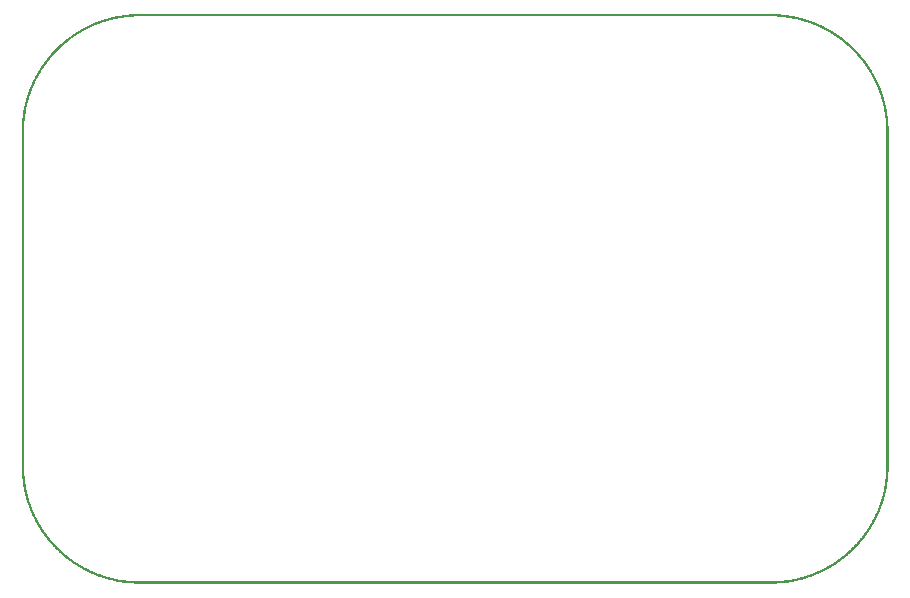
<source format=gbo>
G04 MADE WITH FRITZING*
G04 WWW.FRITZING.ORG*
G04 DOUBLE SIDED*
G04 HOLES PLATED*
G04 CONTOUR ON CENTER OF CONTOUR VECTOR*
%ASAXBY*%
%FSLAX23Y23*%
%MOIN*%
%OFA0B0*%
%SFA1.0B1.0*%
%ADD10R,0.001000X0.001000*%
%LNSILK0*%
G90*
G70*
G54D10*
X373Y1900D02*
X2516Y1900D01*
X359Y1899D02*
X2530Y1899D01*
X349Y1898D02*
X2540Y1898D01*
X341Y1897D02*
X2548Y1897D01*
X333Y1896D02*
X2556Y1896D01*
X327Y1895D02*
X2562Y1895D01*
X322Y1894D02*
X2567Y1894D01*
X316Y1893D02*
X2573Y1893D01*
X312Y1892D02*
X372Y1892D01*
X2517Y1892D02*
X2577Y1892D01*
X307Y1891D02*
X358Y1891D01*
X2531Y1891D02*
X2582Y1891D01*
X303Y1890D02*
X348Y1890D01*
X2541Y1890D02*
X2586Y1890D01*
X298Y1889D02*
X340Y1889D01*
X2549Y1889D02*
X2591Y1889D01*
X294Y1888D02*
X333Y1888D01*
X2556Y1888D02*
X2595Y1888D01*
X291Y1887D02*
X327Y1887D01*
X2562Y1887D02*
X2598Y1887D01*
X287Y1886D02*
X321Y1886D01*
X2568Y1886D02*
X2602Y1886D01*
X284Y1885D02*
X316Y1885D01*
X2573Y1885D02*
X2605Y1885D01*
X280Y1884D02*
X311Y1884D01*
X2578Y1884D02*
X2609Y1884D01*
X277Y1883D02*
X306Y1883D01*
X2583Y1883D02*
X2612Y1883D01*
X274Y1882D02*
X302Y1882D01*
X2587Y1882D02*
X2615Y1882D01*
X271Y1881D02*
X298Y1881D01*
X2591Y1881D02*
X2618Y1881D01*
X268Y1880D02*
X294Y1880D01*
X2595Y1880D02*
X2621Y1880D01*
X265Y1879D02*
X290Y1879D01*
X2599Y1879D02*
X2624Y1879D01*
X262Y1878D02*
X287Y1878D01*
X2602Y1878D02*
X2627Y1878D01*
X259Y1877D02*
X283Y1877D01*
X2606Y1877D02*
X2630Y1877D01*
X256Y1876D02*
X280Y1876D01*
X2609Y1876D02*
X2633Y1876D01*
X254Y1875D02*
X277Y1875D01*
X2612Y1875D02*
X2635Y1875D01*
X251Y1874D02*
X274Y1874D01*
X2615Y1874D02*
X2638Y1874D01*
X249Y1873D02*
X271Y1873D01*
X2618Y1873D02*
X2640Y1873D01*
X246Y1872D02*
X268Y1872D01*
X2621Y1872D02*
X2643Y1872D01*
X244Y1871D02*
X265Y1871D01*
X2624Y1871D02*
X2645Y1871D01*
X241Y1870D02*
X262Y1870D01*
X2627Y1870D02*
X2648Y1870D01*
X239Y1869D02*
X259Y1869D01*
X2630Y1869D02*
X2650Y1869D01*
X236Y1868D02*
X256Y1868D01*
X2633Y1868D02*
X2653Y1868D01*
X234Y1867D02*
X254Y1867D01*
X2635Y1867D02*
X2655Y1867D01*
X232Y1866D02*
X251Y1866D01*
X2638Y1866D02*
X2657Y1866D01*
X230Y1865D02*
X249Y1865D01*
X2640Y1865D02*
X2659Y1865D01*
X228Y1864D02*
X246Y1864D01*
X2643Y1864D02*
X2661Y1864D01*
X225Y1863D02*
X244Y1863D01*
X2645Y1863D02*
X2664Y1863D01*
X223Y1862D02*
X241Y1862D01*
X2648Y1862D02*
X2666Y1862D01*
X221Y1861D02*
X239Y1861D01*
X2650Y1861D02*
X2668Y1861D01*
X219Y1860D02*
X237Y1860D01*
X2652Y1860D02*
X2670Y1860D01*
X217Y1859D02*
X235Y1859D01*
X2654Y1859D02*
X2672Y1859D01*
X215Y1858D02*
X232Y1858D01*
X2657Y1858D02*
X2674Y1858D01*
X213Y1857D02*
X230Y1857D01*
X2659Y1857D02*
X2676Y1857D01*
X211Y1856D02*
X228Y1856D01*
X2661Y1856D02*
X2678Y1856D01*
X209Y1855D02*
X226Y1855D01*
X2663Y1855D02*
X2680Y1855D01*
X207Y1854D02*
X224Y1854D01*
X2665Y1854D02*
X2682Y1854D01*
X205Y1853D02*
X222Y1853D01*
X2667Y1853D02*
X2684Y1853D01*
X204Y1852D02*
X220Y1852D01*
X2669Y1852D02*
X2685Y1852D01*
X202Y1851D02*
X218Y1851D01*
X2671Y1851D02*
X2687Y1851D01*
X200Y1850D02*
X216Y1850D01*
X2673Y1850D02*
X2689Y1850D01*
X198Y1849D02*
X214Y1849D01*
X2675Y1849D02*
X2691Y1849D01*
X197Y1848D02*
X212Y1848D01*
X2677Y1848D02*
X2692Y1848D01*
X195Y1847D02*
X210Y1847D01*
X2679Y1847D02*
X2694Y1847D01*
X193Y1846D02*
X208Y1846D01*
X2681Y1846D02*
X2696Y1846D01*
X191Y1845D02*
X206Y1845D01*
X2683Y1845D02*
X2698Y1845D01*
X190Y1844D02*
X205Y1844D01*
X2684Y1844D02*
X2699Y1844D01*
X188Y1843D02*
X203Y1843D01*
X2686Y1843D02*
X2701Y1843D01*
X187Y1842D02*
X201Y1842D01*
X2688Y1842D02*
X2702Y1842D01*
X185Y1841D02*
X199Y1841D01*
X2690Y1841D02*
X2704Y1841D01*
X183Y1840D02*
X198Y1840D01*
X2691Y1840D02*
X2706Y1840D01*
X182Y1839D02*
X196Y1839D01*
X2693Y1839D02*
X2707Y1839D01*
X180Y1838D02*
X194Y1838D01*
X2695Y1838D02*
X2709Y1838D01*
X179Y1837D02*
X192Y1837D01*
X2697Y1837D02*
X2710Y1837D01*
X177Y1836D02*
X191Y1836D01*
X2698Y1836D02*
X2712Y1836D01*
X176Y1835D02*
X189Y1835D01*
X2700Y1835D02*
X2713Y1835D01*
X174Y1834D02*
X188Y1834D01*
X2701Y1834D02*
X2715Y1834D01*
X172Y1833D02*
X186Y1833D01*
X2703Y1833D02*
X2717Y1833D01*
X171Y1832D02*
X185Y1832D01*
X2704Y1832D02*
X2718Y1832D01*
X170Y1831D02*
X183Y1831D01*
X2706Y1831D02*
X2719Y1831D01*
X168Y1830D02*
X181Y1830D01*
X2708Y1830D02*
X2721Y1830D01*
X167Y1829D02*
X180Y1829D01*
X2709Y1829D02*
X2722Y1829D01*
X165Y1828D02*
X178Y1828D01*
X2711Y1828D02*
X2724Y1828D01*
X164Y1827D02*
X177Y1827D01*
X2712Y1827D02*
X2725Y1827D01*
X163Y1826D02*
X175Y1826D01*
X2714Y1826D02*
X2726Y1826D01*
X161Y1825D02*
X174Y1825D01*
X2715Y1825D02*
X2728Y1825D01*
X160Y1824D02*
X172Y1824D01*
X2717Y1824D02*
X2729Y1824D01*
X158Y1823D02*
X171Y1823D01*
X2718Y1823D02*
X2731Y1823D01*
X157Y1822D02*
X170Y1822D01*
X2719Y1822D02*
X2732Y1822D01*
X156Y1821D02*
X168Y1821D01*
X2721Y1821D02*
X2733Y1821D01*
X154Y1820D02*
X167Y1820D01*
X2722Y1820D02*
X2735Y1820D01*
X153Y1819D02*
X165Y1819D01*
X2724Y1819D02*
X2736Y1819D01*
X152Y1818D02*
X164Y1818D01*
X2725Y1818D02*
X2737Y1818D01*
X151Y1817D02*
X163Y1817D01*
X2726Y1817D02*
X2738Y1817D01*
X149Y1816D02*
X161Y1816D01*
X2728Y1816D02*
X2740Y1816D01*
X148Y1815D02*
X160Y1815D01*
X2729Y1815D02*
X2741Y1815D01*
X147Y1814D02*
X159Y1814D01*
X2730Y1814D02*
X2742Y1814D01*
X146Y1813D02*
X157Y1813D01*
X2732Y1813D02*
X2743Y1813D01*
X144Y1812D02*
X156Y1812D01*
X2733Y1812D02*
X2745Y1812D01*
X143Y1811D02*
X155Y1811D01*
X2734Y1811D02*
X2746Y1811D01*
X142Y1810D02*
X154Y1810D01*
X2735Y1810D02*
X2747Y1810D01*
X141Y1809D02*
X152Y1809D01*
X2737Y1809D02*
X2748Y1809D01*
X139Y1808D02*
X151Y1808D01*
X2738Y1808D02*
X2749Y1808D01*
X138Y1807D02*
X150Y1807D01*
X2739Y1807D02*
X2751Y1807D01*
X137Y1806D02*
X149Y1806D01*
X2740Y1806D02*
X2752Y1806D01*
X136Y1805D02*
X147Y1805D01*
X2742Y1805D02*
X2753Y1805D01*
X135Y1804D02*
X146Y1804D01*
X2743Y1804D02*
X2754Y1804D01*
X134Y1803D02*
X145Y1803D01*
X2744Y1803D02*
X2755Y1803D01*
X133Y1802D02*
X144Y1802D01*
X2745Y1802D02*
X2756Y1802D01*
X131Y1801D02*
X143Y1801D01*
X2746Y1801D02*
X2758Y1801D01*
X130Y1800D02*
X141Y1800D01*
X2748Y1800D02*
X2759Y1800D01*
X129Y1799D02*
X140Y1799D01*
X2749Y1799D02*
X2760Y1799D01*
X128Y1798D02*
X139Y1798D01*
X2750Y1798D02*
X2761Y1798D01*
X127Y1797D02*
X138Y1797D01*
X2751Y1797D02*
X2762Y1797D01*
X126Y1796D02*
X137Y1796D01*
X2752Y1796D02*
X2763Y1796D01*
X125Y1795D02*
X136Y1795D01*
X2753Y1795D02*
X2764Y1795D01*
X124Y1794D02*
X135Y1794D01*
X2754Y1794D02*
X2765Y1794D01*
X123Y1793D02*
X133Y1793D01*
X2756Y1793D02*
X2766Y1793D01*
X122Y1792D02*
X132Y1792D01*
X2757Y1792D02*
X2767Y1792D01*
X121Y1791D02*
X131Y1791D01*
X2758Y1791D02*
X2768Y1791D01*
X120Y1790D02*
X130Y1790D01*
X2759Y1790D02*
X2769Y1790D01*
X118Y1789D02*
X129Y1789D01*
X2760Y1789D02*
X2771Y1789D01*
X117Y1788D02*
X128Y1788D01*
X2761Y1788D02*
X2772Y1788D01*
X116Y1787D02*
X127Y1787D01*
X2762Y1787D02*
X2773Y1787D01*
X115Y1786D02*
X126Y1786D01*
X2763Y1786D02*
X2774Y1786D01*
X114Y1785D02*
X125Y1785D01*
X2764Y1785D02*
X2775Y1785D01*
X113Y1784D02*
X124Y1784D01*
X2765Y1784D02*
X2776Y1784D01*
X112Y1783D02*
X123Y1783D01*
X2766Y1783D02*
X2777Y1783D01*
X111Y1782D02*
X122Y1782D01*
X2767Y1782D02*
X2778Y1782D01*
X111Y1781D02*
X121Y1781D01*
X2768Y1781D02*
X2778Y1781D01*
X110Y1780D02*
X120Y1780D01*
X2769Y1780D02*
X2779Y1780D01*
X109Y1779D02*
X119Y1779D01*
X2770Y1779D02*
X2780Y1779D01*
X108Y1778D02*
X118Y1778D01*
X2771Y1778D02*
X2781Y1778D01*
X107Y1777D02*
X117Y1777D01*
X2772Y1777D02*
X2782Y1777D01*
X106Y1776D02*
X116Y1776D01*
X2773Y1776D02*
X2783Y1776D01*
X105Y1775D02*
X115Y1775D01*
X2774Y1775D02*
X2784Y1775D01*
X104Y1774D02*
X114Y1774D01*
X2775Y1774D02*
X2785Y1774D01*
X103Y1773D02*
X113Y1773D01*
X2776Y1773D02*
X2786Y1773D01*
X102Y1772D02*
X112Y1772D01*
X2777Y1772D02*
X2787Y1772D01*
X101Y1771D02*
X111Y1771D01*
X2778Y1771D02*
X2788Y1771D01*
X100Y1770D02*
X110Y1770D01*
X2779Y1770D02*
X2789Y1770D01*
X99Y1769D02*
X109Y1769D01*
X2780Y1769D02*
X2790Y1769D01*
X98Y1768D02*
X108Y1768D01*
X2781Y1768D02*
X2791Y1768D01*
X98Y1767D02*
X107Y1767D01*
X2782Y1767D02*
X2791Y1767D01*
X97Y1766D02*
X106Y1766D01*
X2783Y1766D02*
X2792Y1766D01*
X96Y1765D02*
X105Y1765D01*
X2784Y1765D02*
X2793Y1765D01*
X95Y1764D02*
X105Y1764D01*
X2784Y1764D02*
X2794Y1764D01*
X94Y1763D02*
X104Y1763D01*
X2785Y1763D02*
X2795Y1763D01*
X93Y1762D02*
X103Y1762D01*
X2786Y1762D02*
X2796Y1762D01*
X92Y1761D02*
X102Y1761D01*
X2787Y1761D02*
X2797Y1761D01*
X92Y1760D02*
X101Y1760D01*
X2788Y1760D02*
X2797Y1760D01*
X91Y1759D02*
X100Y1759D01*
X2789Y1759D02*
X2798Y1759D01*
X90Y1758D02*
X99Y1758D01*
X2790Y1758D02*
X2799Y1758D01*
X89Y1757D02*
X99Y1757D01*
X2790Y1757D02*
X2800Y1757D01*
X88Y1756D02*
X98Y1756D01*
X2791Y1756D02*
X2801Y1756D01*
X87Y1755D02*
X97Y1755D01*
X2792Y1755D02*
X2802Y1755D01*
X87Y1754D02*
X96Y1754D01*
X2793Y1754D02*
X2802Y1754D01*
X86Y1753D02*
X95Y1753D01*
X2794Y1753D02*
X2803Y1753D01*
X85Y1752D02*
X94Y1752D01*
X2795Y1752D02*
X2804Y1752D01*
X84Y1751D02*
X93Y1751D01*
X2796Y1751D02*
X2805Y1751D01*
X83Y1750D02*
X93Y1750D01*
X2796Y1750D02*
X2806Y1750D01*
X83Y1749D02*
X92Y1749D01*
X2797Y1749D02*
X2806Y1749D01*
X82Y1748D02*
X91Y1748D01*
X2798Y1748D02*
X2807Y1748D01*
X81Y1747D02*
X90Y1747D01*
X2799Y1747D02*
X2808Y1747D01*
X80Y1746D02*
X89Y1746D01*
X2800Y1746D02*
X2809Y1746D01*
X80Y1745D02*
X89Y1745D01*
X2800Y1745D02*
X2809Y1745D01*
X79Y1744D02*
X88Y1744D01*
X2801Y1744D02*
X2810Y1744D01*
X78Y1743D02*
X87Y1743D01*
X2802Y1743D02*
X2811Y1743D01*
X77Y1742D02*
X86Y1742D01*
X2803Y1742D02*
X2812Y1742D01*
X77Y1741D02*
X86Y1741D01*
X2803Y1741D02*
X2812Y1741D01*
X76Y1740D02*
X85Y1740D01*
X2804Y1740D02*
X2813Y1740D01*
X75Y1739D02*
X84Y1739D01*
X2805Y1739D02*
X2814Y1739D01*
X74Y1738D02*
X83Y1738D01*
X2806Y1738D02*
X2815Y1738D01*
X74Y1737D02*
X82Y1737D01*
X2807Y1737D02*
X2815Y1737D01*
X73Y1736D02*
X82Y1736D01*
X2807Y1736D02*
X2816Y1736D01*
X72Y1735D02*
X81Y1735D01*
X2808Y1735D02*
X2817Y1735D01*
X72Y1734D02*
X80Y1734D01*
X2809Y1734D02*
X2817Y1734D01*
X71Y1733D02*
X80Y1733D01*
X2809Y1733D02*
X2818Y1733D01*
X70Y1732D02*
X79Y1732D01*
X2810Y1732D02*
X2819Y1732D01*
X69Y1731D02*
X78Y1731D01*
X2811Y1731D02*
X2820Y1731D01*
X69Y1730D02*
X77Y1730D01*
X2812Y1730D02*
X2820Y1730D01*
X68Y1729D02*
X77Y1729D01*
X2812Y1729D02*
X2821Y1729D01*
X67Y1728D02*
X76Y1728D01*
X2813Y1728D02*
X2822Y1728D01*
X67Y1727D02*
X75Y1727D01*
X2814Y1727D02*
X2822Y1727D01*
X66Y1726D02*
X75Y1726D01*
X2814Y1726D02*
X2823Y1726D01*
X65Y1725D02*
X74Y1725D01*
X2815Y1725D02*
X2824Y1725D01*
X65Y1724D02*
X73Y1724D01*
X2816Y1724D02*
X2824Y1724D01*
X64Y1723D02*
X72Y1723D01*
X2817Y1723D02*
X2825Y1723D01*
X63Y1722D02*
X72Y1722D01*
X2817Y1722D02*
X2826Y1722D01*
X63Y1721D02*
X71Y1721D01*
X2818Y1721D02*
X2826Y1721D01*
X62Y1720D02*
X71Y1720D01*
X2818Y1720D02*
X2827Y1720D01*
X62Y1719D02*
X70Y1719D01*
X2819Y1719D02*
X2827Y1719D01*
X61Y1718D02*
X69Y1718D01*
X2820Y1718D02*
X2828Y1718D01*
X60Y1717D02*
X69Y1717D01*
X2820Y1717D02*
X2829Y1717D01*
X60Y1716D02*
X68Y1716D01*
X2821Y1716D02*
X2829Y1716D01*
X59Y1715D02*
X67Y1715D01*
X2822Y1715D02*
X2830Y1715D01*
X58Y1714D02*
X67Y1714D01*
X2822Y1714D02*
X2831Y1714D01*
X58Y1713D02*
X66Y1713D01*
X2823Y1713D02*
X2831Y1713D01*
X57Y1712D02*
X65Y1712D01*
X2824Y1712D02*
X2832Y1712D01*
X56Y1711D02*
X65Y1711D01*
X2824Y1711D02*
X2833Y1711D01*
X56Y1710D02*
X64Y1710D01*
X2825Y1710D02*
X2833Y1710D01*
X55Y1709D02*
X63Y1709D01*
X2826Y1709D02*
X2834Y1709D01*
X55Y1708D02*
X63Y1708D01*
X2826Y1708D02*
X2834Y1708D01*
X54Y1707D02*
X62Y1707D01*
X2827Y1707D02*
X2835Y1707D01*
X54Y1706D02*
X62Y1706D01*
X2827Y1706D02*
X2835Y1706D01*
X53Y1705D02*
X61Y1705D01*
X2828Y1705D02*
X2836Y1705D01*
X52Y1704D02*
X60Y1704D01*
X2829Y1704D02*
X2837Y1704D01*
X52Y1703D02*
X60Y1703D01*
X2829Y1703D02*
X2837Y1703D01*
X51Y1702D02*
X59Y1702D01*
X2830Y1702D02*
X2838Y1702D01*
X51Y1701D02*
X59Y1701D01*
X2830Y1701D02*
X2838Y1701D01*
X50Y1700D02*
X58Y1700D01*
X2831Y1700D02*
X2839Y1700D01*
X50Y1699D02*
X58Y1699D01*
X2831Y1699D02*
X2839Y1699D01*
X49Y1698D02*
X57Y1698D01*
X2832Y1698D02*
X2840Y1698D01*
X48Y1697D02*
X56Y1697D01*
X2833Y1697D02*
X2841Y1697D01*
X48Y1696D02*
X56Y1696D01*
X2833Y1696D02*
X2841Y1696D01*
X47Y1695D02*
X55Y1695D01*
X2834Y1695D02*
X2842Y1695D01*
X47Y1694D02*
X55Y1694D01*
X2834Y1694D02*
X2842Y1694D01*
X46Y1693D02*
X54Y1693D01*
X2835Y1693D02*
X2843Y1693D01*
X46Y1692D02*
X54Y1692D01*
X2835Y1692D02*
X2843Y1692D01*
X45Y1691D02*
X53Y1691D01*
X2836Y1691D02*
X2844Y1691D01*
X45Y1690D02*
X53Y1690D01*
X2836Y1690D02*
X2844Y1690D01*
X44Y1689D02*
X52Y1689D01*
X2837Y1689D02*
X2845Y1689D01*
X44Y1688D02*
X51Y1688D01*
X2838Y1688D02*
X2845Y1688D01*
X43Y1687D02*
X51Y1687D01*
X2838Y1687D02*
X2846Y1687D01*
X43Y1686D02*
X50Y1686D01*
X2839Y1686D02*
X2846Y1686D01*
X42Y1685D02*
X50Y1685D01*
X2839Y1685D02*
X2847Y1685D01*
X42Y1684D02*
X49Y1684D01*
X2840Y1684D02*
X2847Y1684D01*
X41Y1683D02*
X49Y1683D01*
X2840Y1683D02*
X2848Y1683D01*
X41Y1682D02*
X48Y1682D01*
X2841Y1682D02*
X2848Y1682D01*
X40Y1681D02*
X48Y1681D01*
X2841Y1681D02*
X2849Y1681D01*
X40Y1680D02*
X47Y1680D01*
X2842Y1680D02*
X2849Y1680D01*
X39Y1679D02*
X47Y1679D01*
X2842Y1679D02*
X2850Y1679D01*
X39Y1678D02*
X46Y1678D01*
X2843Y1678D02*
X2850Y1678D01*
X38Y1677D02*
X46Y1677D01*
X2843Y1677D02*
X2851Y1677D01*
X38Y1676D02*
X45Y1676D01*
X2844Y1676D02*
X2851Y1676D01*
X37Y1675D02*
X45Y1675D01*
X2844Y1675D02*
X2852Y1675D01*
X37Y1674D02*
X44Y1674D01*
X2845Y1674D02*
X2852Y1674D01*
X36Y1673D02*
X44Y1673D01*
X2845Y1673D02*
X2853Y1673D01*
X36Y1672D02*
X43Y1672D01*
X2846Y1672D02*
X2853Y1672D01*
X35Y1671D02*
X43Y1671D01*
X2846Y1671D02*
X2854Y1671D01*
X35Y1670D02*
X43Y1670D01*
X2846Y1670D02*
X2854Y1670D01*
X34Y1669D02*
X42Y1669D01*
X2847Y1669D02*
X2855Y1669D01*
X34Y1668D02*
X42Y1668D01*
X2847Y1668D02*
X2855Y1668D01*
X34Y1667D02*
X41Y1667D01*
X2848Y1667D02*
X2855Y1667D01*
X33Y1666D02*
X41Y1666D01*
X2848Y1666D02*
X2856Y1666D01*
X33Y1665D02*
X40Y1665D01*
X2849Y1665D02*
X2856Y1665D01*
X32Y1664D02*
X40Y1664D01*
X2849Y1664D02*
X2857Y1664D01*
X32Y1663D02*
X39Y1663D01*
X2850Y1663D02*
X2857Y1663D01*
X31Y1662D02*
X39Y1662D01*
X2850Y1662D02*
X2858Y1662D01*
X31Y1661D02*
X38Y1661D01*
X2851Y1661D02*
X2858Y1661D01*
X30Y1660D02*
X38Y1660D01*
X2851Y1660D02*
X2859Y1660D01*
X30Y1659D02*
X38Y1659D01*
X2851Y1659D02*
X2859Y1659D01*
X30Y1658D02*
X37Y1658D01*
X2852Y1658D02*
X2859Y1658D01*
X29Y1657D02*
X37Y1657D01*
X2852Y1657D02*
X2860Y1657D01*
X29Y1656D02*
X36Y1656D01*
X2853Y1656D02*
X2860Y1656D01*
X28Y1655D02*
X36Y1655D01*
X2853Y1655D02*
X2861Y1655D01*
X28Y1654D02*
X36Y1654D01*
X2853Y1654D02*
X2861Y1654D01*
X28Y1653D02*
X35Y1653D01*
X2854Y1653D02*
X2861Y1653D01*
X27Y1652D02*
X35Y1652D01*
X2854Y1652D02*
X2862Y1652D01*
X27Y1651D02*
X34Y1651D01*
X2855Y1651D02*
X2862Y1651D01*
X27Y1650D02*
X34Y1650D01*
X2855Y1650D02*
X2862Y1650D01*
X26Y1649D02*
X34Y1649D01*
X2855Y1649D02*
X2863Y1649D01*
X26Y1648D02*
X33Y1648D01*
X2856Y1648D02*
X2863Y1648D01*
X25Y1647D02*
X33Y1647D01*
X2856Y1647D02*
X2864Y1647D01*
X25Y1646D02*
X32Y1646D01*
X2857Y1646D02*
X2864Y1646D01*
X25Y1645D02*
X32Y1645D01*
X2857Y1645D02*
X2864Y1645D01*
X24Y1644D02*
X32Y1644D01*
X2857Y1644D02*
X2865Y1644D01*
X24Y1643D02*
X31Y1643D01*
X2858Y1643D02*
X2865Y1643D01*
X23Y1642D02*
X31Y1642D01*
X2858Y1642D02*
X2866Y1642D01*
X23Y1641D02*
X30Y1641D01*
X2859Y1641D02*
X2866Y1641D01*
X23Y1640D02*
X30Y1640D01*
X2859Y1640D02*
X2866Y1640D01*
X22Y1639D02*
X30Y1639D01*
X2859Y1639D02*
X2867Y1639D01*
X22Y1638D02*
X29Y1638D01*
X2860Y1638D02*
X2867Y1638D01*
X22Y1637D02*
X29Y1637D01*
X2860Y1637D02*
X2867Y1637D01*
X21Y1636D02*
X29Y1636D01*
X2860Y1636D02*
X2868Y1636D01*
X21Y1635D02*
X28Y1635D01*
X2861Y1635D02*
X2868Y1635D01*
X21Y1634D02*
X28Y1634D01*
X2861Y1634D02*
X2868Y1634D01*
X20Y1633D02*
X28Y1633D01*
X2861Y1633D02*
X2869Y1633D01*
X20Y1632D02*
X27Y1632D01*
X2862Y1632D02*
X2869Y1632D01*
X20Y1631D02*
X27Y1631D01*
X2862Y1631D02*
X2869Y1631D01*
X19Y1630D02*
X27Y1630D01*
X2862Y1630D02*
X2870Y1630D01*
X19Y1629D02*
X26Y1629D01*
X2863Y1629D02*
X2870Y1629D01*
X19Y1628D02*
X26Y1628D01*
X2863Y1628D02*
X2870Y1628D01*
X18Y1627D02*
X26Y1627D01*
X2863Y1627D02*
X2871Y1627D01*
X18Y1626D02*
X25Y1626D01*
X2864Y1626D02*
X2871Y1626D01*
X18Y1625D02*
X25Y1625D01*
X2864Y1625D02*
X2871Y1625D01*
X17Y1624D02*
X25Y1624D01*
X2864Y1624D02*
X2872Y1624D01*
X17Y1623D02*
X24Y1623D01*
X2865Y1623D02*
X2872Y1623D01*
X17Y1622D02*
X24Y1622D01*
X2865Y1622D02*
X2872Y1622D01*
X16Y1621D02*
X24Y1621D01*
X2865Y1621D02*
X2873Y1621D01*
X16Y1620D02*
X23Y1620D01*
X2866Y1620D02*
X2873Y1620D01*
X16Y1619D02*
X23Y1619D01*
X2866Y1619D02*
X2873Y1619D01*
X16Y1618D02*
X23Y1618D01*
X2866Y1618D02*
X2873Y1618D01*
X15Y1617D02*
X22Y1617D01*
X2867Y1617D02*
X2874Y1617D01*
X15Y1616D02*
X22Y1616D01*
X2867Y1616D02*
X2874Y1616D01*
X15Y1615D02*
X22Y1615D01*
X2867Y1615D02*
X2874Y1615D01*
X14Y1614D02*
X22Y1614D01*
X2867Y1614D02*
X2875Y1614D01*
X14Y1613D02*
X21Y1613D01*
X2868Y1613D02*
X2875Y1613D01*
X14Y1612D02*
X21Y1612D01*
X2868Y1612D02*
X2875Y1612D01*
X14Y1611D02*
X21Y1611D01*
X2868Y1611D02*
X2875Y1611D01*
X13Y1610D02*
X20Y1610D01*
X2869Y1610D02*
X2876Y1610D01*
X13Y1609D02*
X20Y1609D01*
X2869Y1609D02*
X2876Y1609D01*
X13Y1608D02*
X20Y1608D01*
X2869Y1608D02*
X2876Y1608D01*
X13Y1607D02*
X20Y1607D01*
X2869Y1607D02*
X2876Y1607D01*
X12Y1606D02*
X19Y1606D01*
X2870Y1606D02*
X2877Y1606D01*
X12Y1605D02*
X19Y1605D01*
X2870Y1605D02*
X2877Y1605D01*
X12Y1604D02*
X19Y1604D01*
X2870Y1604D02*
X2877Y1604D01*
X12Y1603D02*
X19Y1603D01*
X2870Y1603D02*
X2877Y1603D01*
X11Y1602D02*
X18Y1602D01*
X2871Y1602D02*
X2878Y1602D01*
X11Y1601D02*
X18Y1601D01*
X2871Y1601D02*
X2878Y1601D01*
X11Y1600D02*
X18Y1600D01*
X2871Y1600D02*
X2878Y1600D01*
X11Y1599D02*
X18Y1599D01*
X2871Y1599D02*
X2878Y1599D01*
X10Y1598D02*
X17Y1598D01*
X2872Y1598D02*
X2879Y1598D01*
X10Y1597D02*
X17Y1597D01*
X2872Y1597D02*
X2879Y1597D01*
X10Y1596D02*
X17Y1596D01*
X2872Y1596D02*
X2879Y1596D01*
X10Y1595D02*
X17Y1595D01*
X2872Y1595D02*
X2879Y1595D01*
X9Y1594D02*
X16Y1594D01*
X2873Y1594D02*
X2880Y1594D01*
X9Y1593D02*
X16Y1593D01*
X2873Y1593D02*
X2880Y1593D01*
X9Y1592D02*
X16Y1592D01*
X2873Y1592D02*
X2880Y1592D01*
X9Y1591D02*
X16Y1591D01*
X2873Y1591D02*
X2880Y1591D01*
X9Y1590D02*
X16Y1590D01*
X2873Y1590D02*
X2880Y1590D01*
X8Y1589D02*
X15Y1589D01*
X2874Y1589D02*
X2881Y1589D01*
X8Y1588D02*
X15Y1588D01*
X2874Y1588D02*
X2881Y1588D01*
X8Y1587D02*
X15Y1587D01*
X2874Y1587D02*
X2881Y1587D01*
X8Y1586D02*
X15Y1586D01*
X2874Y1586D02*
X2881Y1586D01*
X7Y1585D02*
X15Y1585D01*
X2874Y1585D02*
X2882Y1585D01*
X7Y1584D02*
X14Y1584D01*
X2875Y1584D02*
X2882Y1584D01*
X7Y1583D02*
X14Y1583D01*
X2875Y1583D02*
X2882Y1583D01*
X7Y1582D02*
X14Y1582D01*
X2875Y1582D02*
X2882Y1582D01*
X7Y1581D02*
X14Y1581D01*
X2875Y1581D02*
X2882Y1581D01*
X7Y1580D02*
X14Y1580D01*
X2875Y1580D02*
X2882Y1580D01*
X6Y1579D02*
X13Y1579D01*
X2876Y1579D02*
X2883Y1579D01*
X6Y1578D02*
X13Y1578D01*
X2876Y1578D02*
X2883Y1578D01*
X6Y1577D02*
X13Y1577D01*
X2876Y1577D02*
X2883Y1577D01*
X6Y1576D02*
X13Y1576D01*
X2876Y1576D02*
X2883Y1576D01*
X6Y1575D02*
X13Y1575D01*
X2876Y1575D02*
X2883Y1575D01*
X5Y1574D02*
X13Y1574D01*
X2876Y1574D02*
X2884Y1574D01*
X5Y1573D02*
X12Y1573D01*
X2877Y1573D02*
X2884Y1573D01*
X5Y1572D02*
X12Y1572D01*
X2877Y1572D02*
X2884Y1572D01*
X5Y1571D02*
X12Y1571D01*
X2877Y1571D02*
X2884Y1571D01*
X5Y1570D02*
X12Y1570D01*
X2877Y1570D02*
X2884Y1570D01*
X5Y1569D02*
X12Y1569D01*
X2877Y1569D02*
X2884Y1569D01*
X4Y1568D02*
X12Y1568D01*
X2877Y1568D02*
X2885Y1568D01*
X4Y1567D02*
X11Y1567D01*
X2878Y1567D02*
X2885Y1567D01*
X4Y1566D02*
X11Y1566D01*
X2878Y1566D02*
X2885Y1566D01*
X4Y1565D02*
X11Y1565D01*
X2878Y1565D02*
X2885Y1565D01*
X4Y1564D02*
X11Y1564D01*
X2878Y1564D02*
X2885Y1564D01*
X4Y1563D02*
X11Y1563D01*
X2878Y1563D02*
X2885Y1563D01*
X4Y1562D02*
X11Y1562D01*
X2878Y1562D02*
X2885Y1562D01*
X3Y1561D02*
X11Y1561D01*
X2878Y1561D02*
X2885Y1561D01*
X3Y1560D02*
X10Y1560D01*
X2879Y1560D02*
X2886Y1560D01*
X3Y1559D02*
X10Y1559D01*
X2879Y1559D02*
X2886Y1559D01*
X3Y1558D02*
X10Y1558D01*
X2879Y1558D02*
X2886Y1558D01*
X3Y1557D02*
X10Y1557D01*
X2879Y1557D02*
X2886Y1557D01*
X3Y1556D02*
X10Y1556D01*
X2879Y1556D02*
X2886Y1556D01*
X3Y1555D02*
X10Y1555D01*
X2879Y1555D02*
X2886Y1555D01*
X3Y1554D02*
X10Y1554D01*
X2879Y1554D02*
X2886Y1554D01*
X3Y1553D02*
X10Y1553D01*
X2879Y1553D02*
X2886Y1553D01*
X2Y1552D02*
X9Y1552D01*
X2880Y1552D02*
X2887Y1552D01*
X2Y1551D02*
X9Y1551D01*
X2880Y1551D02*
X2887Y1551D01*
X2Y1550D02*
X9Y1550D01*
X2880Y1550D02*
X2887Y1550D01*
X2Y1549D02*
X9Y1549D01*
X2880Y1549D02*
X2887Y1549D01*
X2Y1548D02*
X9Y1548D01*
X2880Y1548D02*
X2887Y1548D01*
X2Y1547D02*
X9Y1547D01*
X2880Y1547D02*
X2887Y1547D01*
X2Y1546D02*
X9Y1546D01*
X2880Y1546D02*
X2887Y1546D01*
X2Y1545D02*
X9Y1545D01*
X2880Y1545D02*
X2887Y1545D01*
X2Y1544D02*
X9Y1544D01*
X2880Y1544D02*
X2887Y1544D01*
X2Y1543D02*
X9Y1543D01*
X2880Y1543D02*
X2887Y1543D01*
X1Y1542D02*
X8Y1542D01*
X2881Y1542D02*
X2888Y1542D01*
X1Y1541D02*
X8Y1541D01*
X2881Y1541D02*
X2888Y1541D01*
X1Y1540D02*
X8Y1540D01*
X2881Y1540D02*
X2888Y1540D01*
X1Y1539D02*
X8Y1539D01*
X2881Y1539D02*
X2888Y1539D01*
X1Y1538D02*
X8Y1538D01*
X2881Y1538D02*
X2888Y1538D01*
X1Y1537D02*
X8Y1537D01*
X2881Y1537D02*
X2888Y1537D01*
X1Y1536D02*
X8Y1536D01*
X2881Y1536D02*
X2888Y1536D01*
X1Y1535D02*
X8Y1535D01*
X2881Y1535D02*
X2888Y1535D01*
X1Y1534D02*
X8Y1534D01*
X2881Y1534D02*
X2888Y1534D01*
X1Y1533D02*
X8Y1533D01*
X2881Y1533D02*
X2888Y1533D01*
X1Y1532D02*
X8Y1532D01*
X2881Y1532D02*
X2888Y1532D01*
X1Y1531D02*
X8Y1531D01*
X2881Y1531D02*
X2888Y1531D01*
X1Y1530D02*
X8Y1530D01*
X2881Y1530D02*
X2888Y1530D01*
X1Y1529D02*
X8Y1529D01*
X2881Y1529D02*
X2888Y1529D01*
X0Y1528D02*
X7Y1528D01*
X2882Y1528D02*
X2889Y1528D01*
X0Y1527D02*
X7Y1527D01*
X2882Y1527D02*
X2889Y1527D01*
X0Y1526D02*
X7Y1526D01*
X2882Y1526D02*
X2889Y1526D01*
X0Y1525D02*
X7Y1525D01*
X2882Y1525D02*
X2889Y1525D01*
X0Y1524D02*
X7Y1524D01*
X2882Y1524D02*
X2889Y1524D01*
X0Y1523D02*
X7Y1523D01*
X2882Y1523D02*
X2889Y1523D01*
X0Y1522D02*
X7Y1522D01*
X2882Y1522D02*
X2889Y1522D01*
X0Y1521D02*
X7Y1521D01*
X2882Y1521D02*
X2889Y1521D01*
X0Y1520D02*
X7Y1520D01*
X2882Y1520D02*
X2889Y1520D01*
X0Y1519D02*
X7Y1519D01*
X2882Y1519D02*
X2889Y1519D01*
X0Y1518D02*
X7Y1518D01*
X2882Y1518D02*
X2889Y1518D01*
X0Y1517D02*
X7Y1517D01*
X2882Y1517D02*
X2889Y1517D01*
X0Y1516D02*
X7Y1516D01*
X2882Y1516D02*
X2889Y1516D01*
X0Y1515D02*
X7Y1515D01*
X2882Y1515D02*
X2889Y1515D01*
X0Y1514D02*
X7Y1514D01*
X2882Y1514D02*
X2889Y1514D01*
X0Y1513D02*
X7Y1513D01*
X2882Y1513D02*
X2889Y1513D01*
X0Y1512D02*
X7Y1512D01*
X2882Y1512D02*
X2889Y1512D01*
X0Y1511D02*
X7Y1511D01*
X2882Y1511D02*
X2889Y1511D01*
X0Y1510D02*
X7Y1510D01*
X2882Y1510D02*
X2889Y1510D01*
X0Y1509D02*
X7Y1509D01*
X2882Y1509D02*
X2889Y1509D01*
X0Y1508D02*
X7Y1508D01*
X2882Y1508D02*
X2889Y1508D01*
X0Y1507D02*
X7Y1507D01*
X2882Y1507D02*
X2889Y1507D01*
X0Y1506D02*
X7Y1506D01*
X2882Y1506D02*
X2889Y1506D01*
X0Y1505D02*
X7Y1505D01*
X2882Y1505D02*
X2889Y1505D01*
X0Y1504D02*
X7Y1504D01*
X2882Y1504D02*
X2889Y1504D01*
X0Y1503D02*
X7Y1503D01*
X2882Y1503D02*
X2889Y1503D01*
X0Y1502D02*
X7Y1502D01*
X2882Y1502D02*
X2889Y1502D01*
X0Y1501D02*
X7Y1501D01*
X2882Y1501D02*
X2889Y1501D01*
X0Y1500D02*
X7Y1500D01*
X2882Y1500D02*
X2889Y1500D01*
X0Y1499D02*
X7Y1499D01*
X2882Y1499D02*
X2889Y1499D01*
X0Y1498D02*
X7Y1498D01*
X2882Y1498D02*
X2889Y1498D01*
X0Y1497D02*
X7Y1497D01*
X2882Y1497D02*
X2889Y1497D01*
X0Y1496D02*
X7Y1496D01*
X2882Y1496D02*
X2889Y1496D01*
X0Y1495D02*
X7Y1495D01*
X2882Y1495D02*
X2889Y1495D01*
X0Y1494D02*
X7Y1494D01*
X2882Y1494D02*
X2889Y1494D01*
X0Y1493D02*
X7Y1493D01*
X2882Y1493D02*
X2889Y1493D01*
X0Y1492D02*
X7Y1492D01*
X2882Y1492D02*
X2889Y1492D01*
X0Y1491D02*
X7Y1491D01*
X2882Y1491D02*
X2889Y1491D01*
X0Y1490D02*
X7Y1490D01*
X2882Y1490D02*
X2889Y1490D01*
X0Y1489D02*
X7Y1489D01*
X2882Y1489D02*
X2889Y1489D01*
X0Y1488D02*
X7Y1488D01*
X2882Y1488D02*
X2889Y1488D01*
X0Y1487D02*
X7Y1487D01*
X2882Y1487D02*
X2889Y1487D01*
X0Y1486D02*
X7Y1486D01*
X2882Y1486D02*
X2889Y1486D01*
X0Y1485D02*
X7Y1485D01*
X2882Y1485D02*
X2889Y1485D01*
X0Y1484D02*
X7Y1484D01*
X2882Y1484D02*
X2889Y1484D01*
X0Y1483D02*
X7Y1483D01*
X2882Y1483D02*
X2889Y1483D01*
X0Y1482D02*
X7Y1482D01*
X2882Y1482D02*
X2889Y1482D01*
X0Y1481D02*
X7Y1481D01*
X2882Y1481D02*
X2889Y1481D01*
X0Y1480D02*
X7Y1480D01*
X2882Y1480D02*
X2889Y1480D01*
X0Y1479D02*
X7Y1479D01*
X2882Y1479D02*
X2889Y1479D01*
X0Y1478D02*
X7Y1478D01*
X2882Y1478D02*
X2889Y1478D01*
X0Y1477D02*
X7Y1477D01*
X2882Y1477D02*
X2889Y1477D01*
X0Y1476D02*
X7Y1476D01*
X2882Y1476D02*
X2889Y1476D01*
X0Y1475D02*
X7Y1475D01*
X2882Y1475D02*
X2889Y1475D01*
X0Y1474D02*
X7Y1474D01*
X2882Y1474D02*
X2889Y1474D01*
X0Y1473D02*
X7Y1473D01*
X2882Y1473D02*
X2889Y1473D01*
X0Y1472D02*
X7Y1472D01*
X2882Y1472D02*
X2889Y1472D01*
X0Y1471D02*
X7Y1471D01*
X2882Y1471D02*
X2889Y1471D01*
X0Y1470D02*
X7Y1470D01*
X2882Y1470D02*
X2889Y1470D01*
X0Y1469D02*
X7Y1469D01*
X2882Y1469D02*
X2889Y1469D01*
X0Y1468D02*
X7Y1468D01*
X2882Y1468D02*
X2889Y1468D01*
X0Y1467D02*
X7Y1467D01*
X2882Y1467D02*
X2889Y1467D01*
X0Y1466D02*
X7Y1466D01*
X2882Y1466D02*
X2889Y1466D01*
X0Y1465D02*
X7Y1465D01*
X2882Y1465D02*
X2889Y1465D01*
X0Y1464D02*
X7Y1464D01*
X2882Y1464D02*
X2889Y1464D01*
X0Y1463D02*
X7Y1463D01*
X2882Y1463D02*
X2889Y1463D01*
X0Y1462D02*
X7Y1462D01*
X2882Y1462D02*
X2889Y1462D01*
X0Y1461D02*
X7Y1461D01*
X2882Y1461D02*
X2889Y1461D01*
X0Y1460D02*
X7Y1460D01*
X2882Y1460D02*
X2889Y1460D01*
X0Y1459D02*
X7Y1459D01*
X2882Y1459D02*
X2889Y1459D01*
X0Y1458D02*
X7Y1458D01*
X2882Y1458D02*
X2889Y1458D01*
X0Y1457D02*
X7Y1457D01*
X2882Y1457D02*
X2889Y1457D01*
X0Y1456D02*
X7Y1456D01*
X2882Y1456D02*
X2889Y1456D01*
X0Y1455D02*
X7Y1455D01*
X2882Y1455D02*
X2889Y1455D01*
X0Y1454D02*
X7Y1454D01*
X2882Y1454D02*
X2889Y1454D01*
X0Y1453D02*
X7Y1453D01*
X2882Y1453D02*
X2889Y1453D01*
X0Y1452D02*
X7Y1452D01*
X2882Y1452D02*
X2889Y1452D01*
X0Y1451D02*
X7Y1451D01*
X2882Y1451D02*
X2889Y1451D01*
X0Y1450D02*
X7Y1450D01*
X2882Y1450D02*
X2889Y1450D01*
X0Y1449D02*
X7Y1449D01*
X2882Y1449D02*
X2889Y1449D01*
X0Y1448D02*
X7Y1448D01*
X2882Y1448D02*
X2889Y1448D01*
X0Y1447D02*
X7Y1447D01*
X2882Y1447D02*
X2889Y1447D01*
X0Y1446D02*
X7Y1446D01*
X2882Y1446D02*
X2889Y1446D01*
X0Y1445D02*
X7Y1445D01*
X2882Y1445D02*
X2889Y1445D01*
X0Y1444D02*
X7Y1444D01*
X2882Y1444D02*
X2889Y1444D01*
X0Y1443D02*
X7Y1443D01*
X2882Y1443D02*
X2889Y1443D01*
X0Y1442D02*
X7Y1442D01*
X2882Y1442D02*
X2889Y1442D01*
X0Y1441D02*
X7Y1441D01*
X2882Y1441D02*
X2889Y1441D01*
X0Y1440D02*
X7Y1440D01*
X2882Y1440D02*
X2889Y1440D01*
X0Y1439D02*
X7Y1439D01*
X2882Y1439D02*
X2889Y1439D01*
X0Y1438D02*
X7Y1438D01*
X2882Y1438D02*
X2889Y1438D01*
X0Y1437D02*
X7Y1437D01*
X2882Y1437D02*
X2889Y1437D01*
X0Y1436D02*
X7Y1436D01*
X2882Y1436D02*
X2889Y1436D01*
X0Y1435D02*
X7Y1435D01*
X2882Y1435D02*
X2889Y1435D01*
X0Y1434D02*
X7Y1434D01*
X2882Y1434D02*
X2889Y1434D01*
X0Y1433D02*
X7Y1433D01*
X2882Y1433D02*
X2889Y1433D01*
X0Y1432D02*
X7Y1432D01*
X2882Y1432D02*
X2889Y1432D01*
X0Y1431D02*
X7Y1431D01*
X2882Y1431D02*
X2889Y1431D01*
X0Y1430D02*
X7Y1430D01*
X2882Y1430D02*
X2889Y1430D01*
X0Y1429D02*
X7Y1429D01*
X2882Y1429D02*
X2889Y1429D01*
X0Y1428D02*
X7Y1428D01*
X2882Y1428D02*
X2889Y1428D01*
X0Y1427D02*
X7Y1427D01*
X2882Y1427D02*
X2889Y1427D01*
X0Y1426D02*
X7Y1426D01*
X2882Y1426D02*
X2889Y1426D01*
X0Y1425D02*
X7Y1425D01*
X2882Y1425D02*
X2889Y1425D01*
X0Y1424D02*
X7Y1424D01*
X2882Y1424D02*
X2889Y1424D01*
X0Y1423D02*
X7Y1423D01*
X2882Y1423D02*
X2889Y1423D01*
X0Y1422D02*
X7Y1422D01*
X2882Y1422D02*
X2889Y1422D01*
X0Y1421D02*
X7Y1421D01*
X2882Y1421D02*
X2889Y1421D01*
X0Y1420D02*
X7Y1420D01*
X2882Y1420D02*
X2889Y1420D01*
X0Y1419D02*
X7Y1419D01*
X2882Y1419D02*
X2889Y1419D01*
X0Y1418D02*
X7Y1418D01*
X2882Y1418D02*
X2889Y1418D01*
X0Y1417D02*
X7Y1417D01*
X2882Y1417D02*
X2889Y1417D01*
X0Y1416D02*
X7Y1416D01*
X2882Y1416D02*
X2889Y1416D01*
X0Y1415D02*
X7Y1415D01*
X2882Y1415D02*
X2889Y1415D01*
X0Y1414D02*
X7Y1414D01*
X2882Y1414D02*
X2889Y1414D01*
X0Y1413D02*
X7Y1413D01*
X2882Y1413D02*
X2889Y1413D01*
X0Y1412D02*
X7Y1412D01*
X2882Y1412D02*
X2889Y1412D01*
X0Y1411D02*
X7Y1411D01*
X2882Y1411D02*
X2889Y1411D01*
X0Y1410D02*
X7Y1410D01*
X2882Y1410D02*
X2889Y1410D01*
X0Y1409D02*
X7Y1409D01*
X2882Y1409D02*
X2889Y1409D01*
X0Y1408D02*
X7Y1408D01*
X2882Y1408D02*
X2889Y1408D01*
X0Y1407D02*
X7Y1407D01*
X2882Y1407D02*
X2889Y1407D01*
X0Y1406D02*
X7Y1406D01*
X2882Y1406D02*
X2889Y1406D01*
X0Y1405D02*
X7Y1405D01*
X2882Y1405D02*
X2889Y1405D01*
X0Y1404D02*
X7Y1404D01*
X2882Y1404D02*
X2889Y1404D01*
X0Y1403D02*
X7Y1403D01*
X2882Y1403D02*
X2889Y1403D01*
X0Y1402D02*
X7Y1402D01*
X2882Y1402D02*
X2889Y1402D01*
X0Y1401D02*
X7Y1401D01*
X2882Y1401D02*
X2889Y1401D01*
X0Y1400D02*
X7Y1400D01*
X2882Y1400D02*
X2889Y1400D01*
X0Y1399D02*
X7Y1399D01*
X2882Y1399D02*
X2889Y1399D01*
X0Y1398D02*
X7Y1398D01*
X2882Y1398D02*
X2889Y1398D01*
X0Y1397D02*
X7Y1397D01*
X2882Y1397D02*
X2889Y1397D01*
X0Y1396D02*
X7Y1396D01*
X2882Y1396D02*
X2889Y1396D01*
X0Y1395D02*
X7Y1395D01*
X2882Y1395D02*
X2889Y1395D01*
X0Y1394D02*
X7Y1394D01*
X2882Y1394D02*
X2889Y1394D01*
X0Y1393D02*
X7Y1393D01*
X2882Y1393D02*
X2889Y1393D01*
X0Y1392D02*
X7Y1392D01*
X2882Y1392D02*
X2889Y1392D01*
X0Y1391D02*
X7Y1391D01*
X2882Y1391D02*
X2889Y1391D01*
X0Y1390D02*
X7Y1390D01*
X2882Y1390D02*
X2889Y1390D01*
X0Y1389D02*
X7Y1389D01*
X2882Y1389D02*
X2889Y1389D01*
X0Y1388D02*
X7Y1388D01*
X2882Y1388D02*
X2889Y1388D01*
X0Y1387D02*
X7Y1387D01*
X2882Y1387D02*
X2889Y1387D01*
X0Y1386D02*
X7Y1386D01*
X2882Y1386D02*
X2889Y1386D01*
X0Y1385D02*
X7Y1385D01*
X2882Y1385D02*
X2889Y1385D01*
X0Y1384D02*
X7Y1384D01*
X2882Y1384D02*
X2889Y1384D01*
X0Y1383D02*
X7Y1383D01*
X2882Y1383D02*
X2889Y1383D01*
X0Y1382D02*
X7Y1382D01*
X2882Y1382D02*
X2889Y1382D01*
X0Y1381D02*
X7Y1381D01*
X2882Y1381D02*
X2889Y1381D01*
X0Y1380D02*
X7Y1380D01*
X2882Y1380D02*
X2889Y1380D01*
X0Y1379D02*
X7Y1379D01*
X2882Y1379D02*
X2889Y1379D01*
X0Y1378D02*
X7Y1378D01*
X2882Y1378D02*
X2889Y1378D01*
X0Y1377D02*
X7Y1377D01*
X2882Y1377D02*
X2889Y1377D01*
X0Y1376D02*
X7Y1376D01*
X2882Y1376D02*
X2889Y1376D01*
X0Y1375D02*
X7Y1375D01*
X2882Y1375D02*
X2889Y1375D01*
X0Y1374D02*
X7Y1374D01*
X2882Y1374D02*
X2889Y1374D01*
X0Y1373D02*
X7Y1373D01*
X2882Y1373D02*
X2889Y1373D01*
X0Y1372D02*
X7Y1372D01*
X2882Y1372D02*
X2889Y1372D01*
X0Y1371D02*
X7Y1371D01*
X2882Y1371D02*
X2889Y1371D01*
X0Y1370D02*
X7Y1370D01*
X2882Y1370D02*
X2889Y1370D01*
X0Y1369D02*
X7Y1369D01*
X2882Y1369D02*
X2889Y1369D01*
X0Y1368D02*
X7Y1368D01*
X2882Y1368D02*
X2889Y1368D01*
X0Y1367D02*
X7Y1367D01*
X2882Y1367D02*
X2889Y1367D01*
X0Y1366D02*
X7Y1366D01*
X2882Y1366D02*
X2889Y1366D01*
X0Y1365D02*
X7Y1365D01*
X2882Y1365D02*
X2889Y1365D01*
X0Y1364D02*
X7Y1364D01*
X2882Y1364D02*
X2889Y1364D01*
X0Y1363D02*
X7Y1363D01*
X2882Y1363D02*
X2889Y1363D01*
X0Y1362D02*
X7Y1362D01*
X2882Y1362D02*
X2889Y1362D01*
X0Y1361D02*
X7Y1361D01*
X2882Y1361D02*
X2889Y1361D01*
X0Y1360D02*
X7Y1360D01*
X2882Y1360D02*
X2889Y1360D01*
X0Y1359D02*
X7Y1359D01*
X2882Y1359D02*
X2889Y1359D01*
X0Y1358D02*
X7Y1358D01*
X2882Y1358D02*
X2889Y1358D01*
X0Y1357D02*
X7Y1357D01*
X2882Y1357D02*
X2889Y1357D01*
X0Y1356D02*
X7Y1356D01*
X2882Y1356D02*
X2889Y1356D01*
X0Y1355D02*
X7Y1355D01*
X2882Y1355D02*
X2889Y1355D01*
X0Y1354D02*
X7Y1354D01*
X2882Y1354D02*
X2889Y1354D01*
X0Y1353D02*
X7Y1353D01*
X2882Y1353D02*
X2889Y1353D01*
X0Y1352D02*
X7Y1352D01*
X2882Y1352D02*
X2889Y1352D01*
X0Y1351D02*
X7Y1351D01*
X2882Y1351D02*
X2889Y1351D01*
X0Y1350D02*
X7Y1350D01*
X2882Y1350D02*
X2889Y1350D01*
X0Y1349D02*
X7Y1349D01*
X2882Y1349D02*
X2889Y1349D01*
X0Y1348D02*
X7Y1348D01*
X2882Y1348D02*
X2889Y1348D01*
X0Y1347D02*
X7Y1347D01*
X2882Y1347D02*
X2889Y1347D01*
X0Y1346D02*
X7Y1346D01*
X2882Y1346D02*
X2889Y1346D01*
X0Y1345D02*
X7Y1345D01*
X2882Y1345D02*
X2889Y1345D01*
X0Y1344D02*
X7Y1344D01*
X2882Y1344D02*
X2889Y1344D01*
X0Y1343D02*
X7Y1343D01*
X2882Y1343D02*
X2889Y1343D01*
X0Y1342D02*
X7Y1342D01*
X2882Y1342D02*
X2889Y1342D01*
X0Y1341D02*
X7Y1341D01*
X2882Y1341D02*
X2889Y1341D01*
X0Y1340D02*
X7Y1340D01*
X2882Y1340D02*
X2889Y1340D01*
X0Y1339D02*
X7Y1339D01*
X2882Y1339D02*
X2889Y1339D01*
X0Y1338D02*
X7Y1338D01*
X2882Y1338D02*
X2889Y1338D01*
X0Y1337D02*
X7Y1337D01*
X2882Y1337D02*
X2889Y1337D01*
X0Y1336D02*
X7Y1336D01*
X2882Y1336D02*
X2889Y1336D01*
X0Y1335D02*
X7Y1335D01*
X2882Y1335D02*
X2889Y1335D01*
X0Y1334D02*
X7Y1334D01*
X2882Y1334D02*
X2889Y1334D01*
X0Y1333D02*
X7Y1333D01*
X2882Y1333D02*
X2889Y1333D01*
X0Y1332D02*
X7Y1332D01*
X2882Y1332D02*
X2889Y1332D01*
X0Y1331D02*
X7Y1331D01*
X2882Y1331D02*
X2889Y1331D01*
X0Y1330D02*
X7Y1330D01*
X2882Y1330D02*
X2889Y1330D01*
X0Y1329D02*
X7Y1329D01*
X2882Y1329D02*
X2889Y1329D01*
X0Y1328D02*
X7Y1328D01*
X2882Y1328D02*
X2889Y1328D01*
X0Y1327D02*
X7Y1327D01*
X2882Y1327D02*
X2889Y1327D01*
X0Y1326D02*
X7Y1326D01*
X2882Y1326D02*
X2889Y1326D01*
X0Y1325D02*
X7Y1325D01*
X2882Y1325D02*
X2889Y1325D01*
X0Y1324D02*
X7Y1324D01*
X2882Y1324D02*
X2889Y1324D01*
X0Y1323D02*
X7Y1323D01*
X2882Y1323D02*
X2889Y1323D01*
X0Y1322D02*
X7Y1322D01*
X2882Y1322D02*
X2889Y1322D01*
X0Y1321D02*
X7Y1321D01*
X2882Y1321D02*
X2889Y1321D01*
X0Y1320D02*
X7Y1320D01*
X2882Y1320D02*
X2889Y1320D01*
X0Y1319D02*
X7Y1319D01*
X2882Y1319D02*
X2889Y1319D01*
X0Y1318D02*
X7Y1318D01*
X2882Y1318D02*
X2889Y1318D01*
X0Y1317D02*
X7Y1317D01*
X2882Y1317D02*
X2889Y1317D01*
X0Y1316D02*
X7Y1316D01*
X2882Y1316D02*
X2889Y1316D01*
X0Y1315D02*
X7Y1315D01*
X2882Y1315D02*
X2889Y1315D01*
X0Y1314D02*
X7Y1314D01*
X2882Y1314D02*
X2889Y1314D01*
X0Y1313D02*
X7Y1313D01*
X2882Y1313D02*
X2889Y1313D01*
X0Y1312D02*
X7Y1312D01*
X2882Y1312D02*
X2889Y1312D01*
X0Y1311D02*
X7Y1311D01*
X2882Y1311D02*
X2889Y1311D01*
X0Y1310D02*
X7Y1310D01*
X2882Y1310D02*
X2889Y1310D01*
X0Y1309D02*
X7Y1309D01*
X2882Y1309D02*
X2889Y1309D01*
X0Y1308D02*
X7Y1308D01*
X2882Y1308D02*
X2889Y1308D01*
X0Y1307D02*
X7Y1307D01*
X2882Y1307D02*
X2889Y1307D01*
X0Y1306D02*
X7Y1306D01*
X2882Y1306D02*
X2889Y1306D01*
X0Y1305D02*
X7Y1305D01*
X2882Y1305D02*
X2889Y1305D01*
X0Y1304D02*
X7Y1304D01*
X2882Y1304D02*
X2889Y1304D01*
X0Y1303D02*
X7Y1303D01*
X2882Y1303D02*
X2889Y1303D01*
X0Y1302D02*
X7Y1302D01*
X2882Y1302D02*
X2889Y1302D01*
X0Y1301D02*
X7Y1301D01*
X2882Y1301D02*
X2889Y1301D01*
X0Y1300D02*
X7Y1300D01*
X2882Y1300D02*
X2889Y1300D01*
X0Y1299D02*
X7Y1299D01*
X2882Y1299D02*
X2889Y1299D01*
X0Y1298D02*
X7Y1298D01*
X2882Y1298D02*
X2889Y1298D01*
X0Y1297D02*
X7Y1297D01*
X2882Y1297D02*
X2889Y1297D01*
X0Y1296D02*
X7Y1296D01*
X2882Y1296D02*
X2889Y1296D01*
X0Y1295D02*
X7Y1295D01*
X2882Y1295D02*
X2889Y1295D01*
X0Y1294D02*
X7Y1294D01*
X2882Y1294D02*
X2889Y1294D01*
X0Y1293D02*
X7Y1293D01*
X2882Y1293D02*
X2889Y1293D01*
X0Y1292D02*
X7Y1292D01*
X2882Y1292D02*
X2889Y1292D01*
X0Y1291D02*
X7Y1291D01*
X2882Y1291D02*
X2889Y1291D01*
X0Y1290D02*
X7Y1290D01*
X2882Y1290D02*
X2889Y1290D01*
X0Y1289D02*
X7Y1289D01*
X2882Y1289D02*
X2889Y1289D01*
X0Y1288D02*
X7Y1288D01*
X2882Y1288D02*
X2889Y1288D01*
X0Y1287D02*
X7Y1287D01*
X2882Y1287D02*
X2889Y1287D01*
X0Y1286D02*
X7Y1286D01*
X2882Y1286D02*
X2889Y1286D01*
X0Y1285D02*
X7Y1285D01*
X2882Y1285D02*
X2889Y1285D01*
X0Y1284D02*
X7Y1284D01*
X2882Y1284D02*
X2889Y1284D01*
X0Y1283D02*
X7Y1283D01*
X2882Y1283D02*
X2889Y1283D01*
X0Y1282D02*
X7Y1282D01*
X2882Y1282D02*
X2889Y1282D01*
X0Y1281D02*
X7Y1281D01*
X2882Y1281D02*
X2889Y1281D01*
X0Y1280D02*
X7Y1280D01*
X2882Y1280D02*
X2889Y1280D01*
X0Y1279D02*
X7Y1279D01*
X2882Y1279D02*
X2889Y1279D01*
X0Y1278D02*
X7Y1278D01*
X2882Y1278D02*
X2889Y1278D01*
X0Y1277D02*
X7Y1277D01*
X2882Y1277D02*
X2889Y1277D01*
X0Y1276D02*
X7Y1276D01*
X2882Y1276D02*
X2889Y1276D01*
X0Y1275D02*
X7Y1275D01*
X2882Y1275D02*
X2889Y1275D01*
X0Y1274D02*
X7Y1274D01*
X2882Y1274D02*
X2889Y1274D01*
X0Y1273D02*
X7Y1273D01*
X2882Y1273D02*
X2889Y1273D01*
X0Y1272D02*
X7Y1272D01*
X2882Y1272D02*
X2889Y1272D01*
X0Y1271D02*
X7Y1271D01*
X2882Y1271D02*
X2889Y1271D01*
X0Y1270D02*
X7Y1270D01*
X2882Y1270D02*
X2889Y1270D01*
X0Y1269D02*
X7Y1269D01*
X2882Y1269D02*
X2889Y1269D01*
X0Y1268D02*
X7Y1268D01*
X2882Y1268D02*
X2889Y1268D01*
X0Y1267D02*
X7Y1267D01*
X2882Y1267D02*
X2889Y1267D01*
X0Y1266D02*
X7Y1266D01*
X2882Y1266D02*
X2889Y1266D01*
X0Y1265D02*
X7Y1265D01*
X2882Y1265D02*
X2889Y1265D01*
X0Y1264D02*
X7Y1264D01*
X2882Y1264D02*
X2889Y1264D01*
X0Y1263D02*
X7Y1263D01*
X2882Y1263D02*
X2889Y1263D01*
X0Y1262D02*
X7Y1262D01*
X2882Y1262D02*
X2889Y1262D01*
X0Y1261D02*
X7Y1261D01*
X2882Y1261D02*
X2889Y1261D01*
X0Y1260D02*
X7Y1260D01*
X2882Y1260D02*
X2889Y1260D01*
X0Y1259D02*
X7Y1259D01*
X2882Y1259D02*
X2889Y1259D01*
X0Y1258D02*
X7Y1258D01*
X2882Y1258D02*
X2889Y1258D01*
X0Y1257D02*
X7Y1257D01*
X2882Y1257D02*
X2889Y1257D01*
X0Y1256D02*
X7Y1256D01*
X2882Y1256D02*
X2889Y1256D01*
X0Y1255D02*
X7Y1255D01*
X2882Y1255D02*
X2889Y1255D01*
X0Y1254D02*
X7Y1254D01*
X2882Y1254D02*
X2889Y1254D01*
X0Y1253D02*
X7Y1253D01*
X2882Y1253D02*
X2889Y1253D01*
X0Y1252D02*
X7Y1252D01*
X2882Y1252D02*
X2889Y1252D01*
X0Y1251D02*
X7Y1251D01*
X2882Y1251D02*
X2889Y1251D01*
X0Y1250D02*
X7Y1250D01*
X2882Y1250D02*
X2889Y1250D01*
X0Y1249D02*
X7Y1249D01*
X2882Y1249D02*
X2889Y1249D01*
X0Y1248D02*
X7Y1248D01*
X2882Y1248D02*
X2889Y1248D01*
X0Y1247D02*
X7Y1247D01*
X2882Y1247D02*
X2889Y1247D01*
X0Y1246D02*
X7Y1246D01*
X2882Y1246D02*
X2889Y1246D01*
X0Y1245D02*
X7Y1245D01*
X2882Y1245D02*
X2889Y1245D01*
X0Y1244D02*
X7Y1244D01*
X2882Y1244D02*
X2889Y1244D01*
X0Y1243D02*
X7Y1243D01*
X2882Y1243D02*
X2889Y1243D01*
X0Y1242D02*
X7Y1242D01*
X2882Y1242D02*
X2889Y1242D01*
X0Y1241D02*
X7Y1241D01*
X2882Y1241D02*
X2889Y1241D01*
X0Y1240D02*
X7Y1240D01*
X2882Y1240D02*
X2889Y1240D01*
X0Y1239D02*
X7Y1239D01*
X2882Y1239D02*
X2889Y1239D01*
X0Y1238D02*
X7Y1238D01*
X2882Y1238D02*
X2889Y1238D01*
X0Y1237D02*
X7Y1237D01*
X2882Y1237D02*
X2889Y1237D01*
X0Y1236D02*
X7Y1236D01*
X2882Y1236D02*
X2889Y1236D01*
X0Y1235D02*
X7Y1235D01*
X2882Y1235D02*
X2889Y1235D01*
X0Y1234D02*
X7Y1234D01*
X2882Y1234D02*
X2889Y1234D01*
X0Y1233D02*
X7Y1233D01*
X2882Y1233D02*
X2889Y1233D01*
X0Y1232D02*
X7Y1232D01*
X2882Y1232D02*
X2889Y1232D01*
X0Y1231D02*
X7Y1231D01*
X2882Y1231D02*
X2889Y1231D01*
X0Y1230D02*
X7Y1230D01*
X2882Y1230D02*
X2889Y1230D01*
X0Y1229D02*
X7Y1229D01*
X2882Y1229D02*
X2889Y1229D01*
X0Y1228D02*
X7Y1228D01*
X2882Y1228D02*
X2889Y1228D01*
X0Y1227D02*
X7Y1227D01*
X2882Y1227D02*
X2889Y1227D01*
X0Y1226D02*
X7Y1226D01*
X2882Y1226D02*
X2889Y1226D01*
X0Y1225D02*
X7Y1225D01*
X2882Y1225D02*
X2889Y1225D01*
X0Y1224D02*
X7Y1224D01*
X2882Y1224D02*
X2889Y1224D01*
X0Y1223D02*
X7Y1223D01*
X2882Y1223D02*
X2889Y1223D01*
X0Y1222D02*
X7Y1222D01*
X2882Y1222D02*
X2889Y1222D01*
X0Y1221D02*
X7Y1221D01*
X2882Y1221D02*
X2889Y1221D01*
X0Y1220D02*
X7Y1220D01*
X2882Y1220D02*
X2889Y1220D01*
X0Y1219D02*
X7Y1219D01*
X2882Y1219D02*
X2889Y1219D01*
X0Y1218D02*
X7Y1218D01*
X2882Y1218D02*
X2889Y1218D01*
X0Y1217D02*
X7Y1217D01*
X2882Y1217D02*
X2889Y1217D01*
X0Y1216D02*
X7Y1216D01*
X2882Y1216D02*
X2889Y1216D01*
X0Y1215D02*
X7Y1215D01*
X2882Y1215D02*
X2889Y1215D01*
X0Y1214D02*
X7Y1214D01*
X2882Y1214D02*
X2889Y1214D01*
X0Y1213D02*
X7Y1213D01*
X2882Y1213D02*
X2889Y1213D01*
X0Y1212D02*
X7Y1212D01*
X2882Y1212D02*
X2889Y1212D01*
X0Y1211D02*
X7Y1211D01*
X2882Y1211D02*
X2889Y1211D01*
X0Y1210D02*
X7Y1210D01*
X2882Y1210D02*
X2889Y1210D01*
X0Y1209D02*
X7Y1209D01*
X2882Y1209D02*
X2889Y1209D01*
X0Y1208D02*
X7Y1208D01*
X2882Y1208D02*
X2889Y1208D01*
X0Y1207D02*
X7Y1207D01*
X2882Y1207D02*
X2889Y1207D01*
X0Y1206D02*
X7Y1206D01*
X2882Y1206D02*
X2889Y1206D01*
X0Y1205D02*
X7Y1205D01*
X2882Y1205D02*
X2889Y1205D01*
X0Y1204D02*
X7Y1204D01*
X2882Y1204D02*
X2889Y1204D01*
X0Y1203D02*
X7Y1203D01*
X2882Y1203D02*
X2889Y1203D01*
X0Y1202D02*
X7Y1202D01*
X2882Y1202D02*
X2889Y1202D01*
X0Y1201D02*
X7Y1201D01*
X2882Y1201D02*
X2889Y1201D01*
X0Y1200D02*
X7Y1200D01*
X2882Y1200D02*
X2889Y1200D01*
X0Y1199D02*
X7Y1199D01*
X2882Y1199D02*
X2889Y1199D01*
X0Y1198D02*
X7Y1198D01*
X2882Y1198D02*
X2889Y1198D01*
X0Y1197D02*
X7Y1197D01*
X2882Y1197D02*
X2889Y1197D01*
X0Y1196D02*
X7Y1196D01*
X2882Y1196D02*
X2889Y1196D01*
X0Y1195D02*
X7Y1195D01*
X2882Y1195D02*
X2889Y1195D01*
X0Y1194D02*
X7Y1194D01*
X2882Y1194D02*
X2889Y1194D01*
X0Y1193D02*
X7Y1193D01*
X2882Y1193D02*
X2889Y1193D01*
X0Y1192D02*
X7Y1192D01*
X2882Y1192D02*
X2889Y1192D01*
X0Y1191D02*
X7Y1191D01*
X2882Y1191D02*
X2889Y1191D01*
X0Y1190D02*
X7Y1190D01*
X2882Y1190D02*
X2889Y1190D01*
X0Y1189D02*
X7Y1189D01*
X2882Y1189D02*
X2889Y1189D01*
X0Y1188D02*
X7Y1188D01*
X2882Y1188D02*
X2889Y1188D01*
X0Y1187D02*
X7Y1187D01*
X2882Y1187D02*
X2889Y1187D01*
X0Y1186D02*
X7Y1186D01*
X2882Y1186D02*
X2889Y1186D01*
X0Y1185D02*
X7Y1185D01*
X2882Y1185D02*
X2889Y1185D01*
X0Y1184D02*
X7Y1184D01*
X2882Y1184D02*
X2889Y1184D01*
X0Y1183D02*
X7Y1183D01*
X2882Y1183D02*
X2889Y1183D01*
X0Y1182D02*
X7Y1182D01*
X2882Y1182D02*
X2889Y1182D01*
X0Y1181D02*
X7Y1181D01*
X2882Y1181D02*
X2889Y1181D01*
X0Y1180D02*
X7Y1180D01*
X2882Y1180D02*
X2889Y1180D01*
X0Y1179D02*
X7Y1179D01*
X2882Y1179D02*
X2889Y1179D01*
X0Y1178D02*
X7Y1178D01*
X2882Y1178D02*
X2889Y1178D01*
X0Y1177D02*
X7Y1177D01*
X2882Y1177D02*
X2889Y1177D01*
X0Y1176D02*
X7Y1176D01*
X2882Y1176D02*
X2889Y1176D01*
X0Y1175D02*
X7Y1175D01*
X2882Y1175D02*
X2889Y1175D01*
X0Y1174D02*
X7Y1174D01*
X2882Y1174D02*
X2889Y1174D01*
X0Y1173D02*
X7Y1173D01*
X2882Y1173D02*
X2889Y1173D01*
X0Y1172D02*
X7Y1172D01*
X2882Y1172D02*
X2889Y1172D01*
X0Y1171D02*
X7Y1171D01*
X2882Y1171D02*
X2889Y1171D01*
X0Y1170D02*
X7Y1170D01*
X2882Y1170D02*
X2889Y1170D01*
X0Y1169D02*
X7Y1169D01*
X2882Y1169D02*
X2889Y1169D01*
X0Y1168D02*
X7Y1168D01*
X2882Y1168D02*
X2889Y1168D01*
X0Y1167D02*
X7Y1167D01*
X2882Y1167D02*
X2889Y1167D01*
X0Y1166D02*
X7Y1166D01*
X2882Y1166D02*
X2889Y1166D01*
X0Y1165D02*
X7Y1165D01*
X2882Y1165D02*
X2889Y1165D01*
X0Y1164D02*
X7Y1164D01*
X2882Y1164D02*
X2889Y1164D01*
X0Y1163D02*
X7Y1163D01*
X2882Y1163D02*
X2889Y1163D01*
X0Y1162D02*
X7Y1162D01*
X2882Y1162D02*
X2889Y1162D01*
X0Y1161D02*
X7Y1161D01*
X2882Y1161D02*
X2889Y1161D01*
X0Y1160D02*
X7Y1160D01*
X2882Y1160D02*
X2889Y1160D01*
X0Y1159D02*
X7Y1159D01*
X2882Y1159D02*
X2889Y1159D01*
X0Y1158D02*
X7Y1158D01*
X2882Y1158D02*
X2889Y1158D01*
X0Y1157D02*
X7Y1157D01*
X2882Y1157D02*
X2889Y1157D01*
X0Y1156D02*
X7Y1156D01*
X2882Y1156D02*
X2889Y1156D01*
X0Y1155D02*
X7Y1155D01*
X2882Y1155D02*
X2889Y1155D01*
X0Y1154D02*
X7Y1154D01*
X2882Y1154D02*
X2889Y1154D01*
X0Y1153D02*
X7Y1153D01*
X2882Y1153D02*
X2889Y1153D01*
X0Y1152D02*
X7Y1152D01*
X2882Y1152D02*
X2889Y1152D01*
X0Y1151D02*
X7Y1151D01*
X2882Y1151D02*
X2889Y1151D01*
X0Y1150D02*
X7Y1150D01*
X2882Y1150D02*
X2889Y1150D01*
X0Y1149D02*
X7Y1149D01*
X2882Y1149D02*
X2889Y1149D01*
X0Y1148D02*
X7Y1148D01*
X2882Y1148D02*
X2889Y1148D01*
X0Y1147D02*
X7Y1147D01*
X2882Y1147D02*
X2889Y1147D01*
X0Y1146D02*
X7Y1146D01*
X2882Y1146D02*
X2889Y1146D01*
X0Y1145D02*
X7Y1145D01*
X2882Y1145D02*
X2889Y1145D01*
X0Y1144D02*
X7Y1144D01*
X2882Y1144D02*
X2889Y1144D01*
X0Y1143D02*
X7Y1143D01*
X2882Y1143D02*
X2889Y1143D01*
X0Y1142D02*
X7Y1142D01*
X2882Y1142D02*
X2889Y1142D01*
X0Y1141D02*
X7Y1141D01*
X2882Y1141D02*
X2889Y1141D01*
X0Y1140D02*
X7Y1140D01*
X2882Y1140D02*
X2889Y1140D01*
X0Y1139D02*
X7Y1139D01*
X2882Y1139D02*
X2889Y1139D01*
X0Y1138D02*
X7Y1138D01*
X2882Y1138D02*
X2889Y1138D01*
X0Y1137D02*
X7Y1137D01*
X2882Y1137D02*
X2889Y1137D01*
X0Y1136D02*
X7Y1136D01*
X2882Y1136D02*
X2889Y1136D01*
X0Y1135D02*
X7Y1135D01*
X2882Y1135D02*
X2889Y1135D01*
X0Y1134D02*
X7Y1134D01*
X2882Y1134D02*
X2889Y1134D01*
X0Y1133D02*
X7Y1133D01*
X2882Y1133D02*
X2889Y1133D01*
X0Y1132D02*
X7Y1132D01*
X2882Y1132D02*
X2889Y1132D01*
X0Y1131D02*
X7Y1131D01*
X2882Y1131D02*
X2889Y1131D01*
X0Y1130D02*
X7Y1130D01*
X2882Y1130D02*
X2889Y1130D01*
X0Y1129D02*
X7Y1129D01*
X2882Y1129D02*
X2889Y1129D01*
X0Y1128D02*
X7Y1128D01*
X2882Y1128D02*
X2889Y1128D01*
X0Y1127D02*
X7Y1127D01*
X2882Y1127D02*
X2889Y1127D01*
X0Y1126D02*
X7Y1126D01*
X2882Y1126D02*
X2889Y1126D01*
X0Y1125D02*
X7Y1125D01*
X2882Y1125D02*
X2889Y1125D01*
X0Y1124D02*
X7Y1124D01*
X2882Y1124D02*
X2889Y1124D01*
X0Y1123D02*
X7Y1123D01*
X2882Y1123D02*
X2889Y1123D01*
X0Y1122D02*
X7Y1122D01*
X2882Y1122D02*
X2889Y1122D01*
X0Y1121D02*
X7Y1121D01*
X2882Y1121D02*
X2889Y1121D01*
X0Y1120D02*
X7Y1120D01*
X2882Y1120D02*
X2889Y1120D01*
X0Y1119D02*
X7Y1119D01*
X2882Y1119D02*
X2889Y1119D01*
X0Y1118D02*
X7Y1118D01*
X2882Y1118D02*
X2889Y1118D01*
X0Y1117D02*
X7Y1117D01*
X2882Y1117D02*
X2889Y1117D01*
X0Y1116D02*
X7Y1116D01*
X2882Y1116D02*
X2889Y1116D01*
X0Y1115D02*
X7Y1115D01*
X2882Y1115D02*
X2889Y1115D01*
X0Y1114D02*
X7Y1114D01*
X2882Y1114D02*
X2889Y1114D01*
X0Y1113D02*
X7Y1113D01*
X2882Y1113D02*
X2889Y1113D01*
X0Y1112D02*
X7Y1112D01*
X2882Y1112D02*
X2889Y1112D01*
X0Y1111D02*
X7Y1111D01*
X2882Y1111D02*
X2889Y1111D01*
X0Y1110D02*
X7Y1110D01*
X2882Y1110D02*
X2889Y1110D01*
X0Y1109D02*
X7Y1109D01*
X2882Y1109D02*
X2889Y1109D01*
X0Y1108D02*
X7Y1108D01*
X2882Y1108D02*
X2889Y1108D01*
X0Y1107D02*
X7Y1107D01*
X2882Y1107D02*
X2889Y1107D01*
X0Y1106D02*
X7Y1106D01*
X2882Y1106D02*
X2889Y1106D01*
X0Y1105D02*
X7Y1105D01*
X2882Y1105D02*
X2889Y1105D01*
X0Y1104D02*
X7Y1104D01*
X2882Y1104D02*
X2889Y1104D01*
X0Y1103D02*
X7Y1103D01*
X2882Y1103D02*
X2889Y1103D01*
X0Y1102D02*
X7Y1102D01*
X2882Y1102D02*
X2889Y1102D01*
X0Y1101D02*
X7Y1101D01*
X2882Y1101D02*
X2889Y1101D01*
X0Y1100D02*
X7Y1100D01*
X2882Y1100D02*
X2889Y1100D01*
X0Y1099D02*
X7Y1099D01*
X2882Y1099D02*
X2889Y1099D01*
X0Y1098D02*
X7Y1098D01*
X2882Y1098D02*
X2889Y1098D01*
X0Y1097D02*
X7Y1097D01*
X2882Y1097D02*
X2889Y1097D01*
X0Y1096D02*
X7Y1096D01*
X2882Y1096D02*
X2889Y1096D01*
X0Y1095D02*
X7Y1095D01*
X2882Y1095D02*
X2889Y1095D01*
X0Y1094D02*
X7Y1094D01*
X2882Y1094D02*
X2889Y1094D01*
X0Y1093D02*
X7Y1093D01*
X2882Y1093D02*
X2889Y1093D01*
X0Y1092D02*
X7Y1092D01*
X2882Y1092D02*
X2889Y1092D01*
X0Y1091D02*
X7Y1091D01*
X2882Y1091D02*
X2889Y1091D01*
X0Y1090D02*
X7Y1090D01*
X2882Y1090D02*
X2889Y1090D01*
X0Y1089D02*
X7Y1089D01*
X2882Y1089D02*
X2889Y1089D01*
X0Y1088D02*
X7Y1088D01*
X2882Y1088D02*
X2889Y1088D01*
X0Y1087D02*
X7Y1087D01*
X2882Y1087D02*
X2889Y1087D01*
X0Y1086D02*
X7Y1086D01*
X2882Y1086D02*
X2889Y1086D01*
X0Y1085D02*
X7Y1085D01*
X2882Y1085D02*
X2889Y1085D01*
X0Y1084D02*
X7Y1084D01*
X2882Y1084D02*
X2889Y1084D01*
X0Y1083D02*
X7Y1083D01*
X2882Y1083D02*
X2889Y1083D01*
X0Y1082D02*
X7Y1082D01*
X2882Y1082D02*
X2889Y1082D01*
X0Y1081D02*
X7Y1081D01*
X2882Y1081D02*
X2889Y1081D01*
X0Y1080D02*
X7Y1080D01*
X2882Y1080D02*
X2889Y1080D01*
X0Y1079D02*
X7Y1079D01*
X2882Y1079D02*
X2889Y1079D01*
X0Y1078D02*
X7Y1078D01*
X2882Y1078D02*
X2889Y1078D01*
X0Y1077D02*
X7Y1077D01*
X2882Y1077D02*
X2889Y1077D01*
X0Y1076D02*
X7Y1076D01*
X2882Y1076D02*
X2889Y1076D01*
X0Y1075D02*
X7Y1075D01*
X2882Y1075D02*
X2889Y1075D01*
X0Y1074D02*
X7Y1074D01*
X2882Y1074D02*
X2889Y1074D01*
X0Y1073D02*
X7Y1073D01*
X2882Y1073D02*
X2889Y1073D01*
X0Y1072D02*
X7Y1072D01*
X2882Y1072D02*
X2889Y1072D01*
X0Y1071D02*
X7Y1071D01*
X2882Y1071D02*
X2889Y1071D01*
X0Y1070D02*
X7Y1070D01*
X2882Y1070D02*
X2889Y1070D01*
X0Y1069D02*
X7Y1069D01*
X2882Y1069D02*
X2889Y1069D01*
X0Y1068D02*
X7Y1068D01*
X2882Y1068D02*
X2889Y1068D01*
X0Y1067D02*
X7Y1067D01*
X2882Y1067D02*
X2889Y1067D01*
X0Y1066D02*
X7Y1066D01*
X2882Y1066D02*
X2889Y1066D01*
X0Y1065D02*
X7Y1065D01*
X2882Y1065D02*
X2889Y1065D01*
X0Y1064D02*
X7Y1064D01*
X2882Y1064D02*
X2889Y1064D01*
X0Y1063D02*
X7Y1063D01*
X2882Y1063D02*
X2889Y1063D01*
X0Y1062D02*
X7Y1062D01*
X2882Y1062D02*
X2889Y1062D01*
X0Y1061D02*
X7Y1061D01*
X2882Y1061D02*
X2889Y1061D01*
X0Y1060D02*
X7Y1060D01*
X2882Y1060D02*
X2889Y1060D01*
X0Y1059D02*
X7Y1059D01*
X2882Y1059D02*
X2889Y1059D01*
X0Y1058D02*
X7Y1058D01*
X2882Y1058D02*
X2889Y1058D01*
X0Y1057D02*
X7Y1057D01*
X2882Y1057D02*
X2889Y1057D01*
X0Y1056D02*
X7Y1056D01*
X2882Y1056D02*
X2889Y1056D01*
X0Y1055D02*
X7Y1055D01*
X2882Y1055D02*
X2889Y1055D01*
X0Y1054D02*
X7Y1054D01*
X2882Y1054D02*
X2889Y1054D01*
X0Y1053D02*
X7Y1053D01*
X2882Y1053D02*
X2889Y1053D01*
X0Y1052D02*
X7Y1052D01*
X2882Y1052D02*
X2889Y1052D01*
X0Y1051D02*
X7Y1051D01*
X2882Y1051D02*
X2889Y1051D01*
X0Y1050D02*
X7Y1050D01*
X2882Y1050D02*
X2889Y1050D01*
X0Y1049D02*
X7Y1049D01*
X2882Y1049D02*
X2889Y1049D01*
X0Y1048D02*
X7Y1048D01*
X2882Y1048D02*
X2889Y1048D01*
X0Y1047D02*
X7Y1047D01*
X2882Y1047D02*
X2889Y1047D01*
X0Y1046D02*
X7Y1046D01*
X2882Y1046D02*
X2889Y1046D01*
X0Y1045D02*
X7Y1045D01*
X2882Y1045D02*
X2889Y1045D01*
X0Y1044D02*
X7Y1044D01*
X2882Y1044D02*
X2889Y1044D01*
X0Y1043D02*
X7Y1043D01*
X2882Y1043D02*
X2889Y1043D01*
X0Y1042D02*
X7Y1042D01*
X2882Y1042D02*
X2889Y1042D01*
X0Y1041D02*
X7Y1041D01*
X2882Y1041D02*
X2889Y1041D01*
X0Y1040D02*
X7Y1040D01*
X2882Y1040D02*
X2889Y1040D01*
X0Y1039D02*
X7Y1039D01*
X2882Y1039D02*
X2889Y1039D01*
X0Y1038D02*
X7Y1038D01*
X2882Y1038D02*
X2889Y1038D01*
X0Y1037D02*
X7Y1037D01*
X2882Y1037D02*
X2889Y1037D01*
X0Y1036D02*
X7Y1036D01*
X2882Y1036D02*
X2889Y1036D01*
X0Y1035D02*
X7Y1035D01*
X2882Y1035D02*
X2889Y1035D01*
X0Y1034D02*
X7Y1034D01*
X2882Y1034D02*
X2889Y1034D01*
X0Y1033D02*
X7Y1033D01*
X2882Y1033D02*
X2889Y1033D01*
X0Y1032D02*
X7Y1032D01*
X2882Y1032D02*
X2889Y1032D01*
X0Y1031D02*
X7Y1031D01*
X2882Y1031D02*
X2889Y1031D01*
X0Y1030D02*
X7Y1030D01*
X2882Y1030D02*
X2889Y1030D01*
X0Y1029D02*
X7Y1029D01*
X2882Y1029D02*
X2889Y1029D01*
X0Y1028D02*
X7Y1028D01*
X2882Y1028D02*
X2889Y1028D01*
X0Y1027D02*
X7Y1027D01*
X2882Y1027D02*
X2889Y1027D01*
X0Y1026D02*
X7Y1026D01*
X2882Y1026D02*
X2889Y1026D01*
X0Y1025D02*
X7Y1025D01*
X2882Y1025D02*
X2889Y1025D01*
X0Y1024D02*
X7Y1024D01*
X2882Y1024D02*
X2889Y1024D01*
X0Y1023D02*
X7Y1023D01*
X2882Y1023D02*
X2889Y1023D01*
X0Y1022D02*
X7Y1022D01*
X2882Y1022D02*
X2889Y1022D01*
X0Y1021D02*
X7Y1021D01*
X2882Y1021D02*
X2889Y1021D01*
X0Y1020D02*
X7Y1020D01*
X2882Y1020D02*
X2889Y1020D01*
X0Y1019D02*
X7Y1019D01*
X2882Y1019D02*
X2889Y1019D01*
X0Y1018D02*
X7Y1018D01*
X2882Y1018D02*
X2889Y1018D01*
X0Y1017D02*
X7Y1017D01*
X2882Y1017D02*
X2889Y1017D01*
X0Y1016D02*
X7Y1016D01*
X2882Y1016D02*
X2889Y1016D01*
X0Y1015D02*
X7Y1015D01*
X2882Y1015D02*
X2889Y1015D01*
X0Y1014D02*
X7Y1014D01*
X2882Y1014D02*
X2889Y1014D01*
X0Y1013D02*
X7Y1013D01*
X2882Y1013D02*
X2889Y1013D01*
X0Y1012D02*
X7Y1012D01*
X2882Y1012D02*
X2889Y1012D01*
X0Y1011D02*
X7Y1011D01*
X2882Y1011D02*
X2889Y1011D01*
X0Y1010D02*
X7Y1010D01*
X2882Y1010D02*
X2889Y1010D01*
X0Y1009D02*
X7Y1009D01*
X2882Y1009D02*
X2889Y1009D01*
X0Y1008D02*
X7Y1008D01*
X2882Y1008D02*
X2889Y1008D01*
X0Y1007D02*
X7Y1007D01*
X2882Y1007D02*
X2889Y1007D01*
X0Y1006D02*
X7Y1006D01*
X2882Y1006D02*
X2889Y1006D01*
X0Y1005D02*
X7Y1005D01*
X2882Y1005D02*
X2889Y1005D01*
X0Y1004D02*
X7Y1004D01*
X2882Y1004D02*
X2889Y1004D01*
X0Y1003D02*
X7Y1003D01*
X2882Y1003D02*
X2889Y1003D01*
X0Y1002D02*
X7Y1002D01*
X2882Y1002D02*
X2889Y1002D01*
X0Y1001D02*
X7Y1001D01*
X2882Y1001D02*
X2889Y1001D01*
X0Y1000D02*
X7Y1000D01*
X2882Y1000D02*
X2889Y1000D01*
X0Y999D02*
X7Y999D01*
X2882Y999D02*
X2889Y999D01*
X0Y998D02*
X7Y998D01*
X2882Y998D02*
X2889Y998D01*
X0Y997D02*
X7Y997D01*
X2882Y997D02*
X2889Y997D01*
X0Y996D02*
X7Y996D01*
X2882Y996D02*
X2889Y996D01*
X0Y995D02*
X7Y995D01*
X2882Y995D02*
X2889Y995D01*
X0Y994D02*
X7Y994D01*
X2882Y994D02*
X2889Y994D01*
X0Y993D02*
X7Y993D01*
X2882Y993D02*
X2889Y993D01*
X0Y992D02*
X7Y992D01*
X2882Y992D02*
X2889Y992D01*
X0Y991D02*
X7Y991D01*
X2882Y991D02*
X2889Y991D01*
X0Y990D02*
X7Y990D01*
X2882Y990D02*
X2889Y990D01*
X0Y989D02*
X7Y989D01*
X2882Y989D02*
X2889Y989D01*
X0Y988D02*
X7Y988D01*
X2882Y988D02*
X2889Y988D01*
X0Y987D02*
X7Y987D01*
X2882Y987D02*
X2889Y987D01*
X0Y986D02*
X7Y986D01*
X2882Y986D02*
X2889Y986D01*
X0Y985D02*
X7Y985D01*
X2882Y985D02*
X2889Y985D01*
X0Y984D02*
X7Y984D01*
X2882Y984D02*
X2889Y984D01*
X0Y983D02*
X7Y983D01*
X2882Y983D02*
X2889Y983D01*
X0Y982D02*
X7Y982D01*
X2882Y982D02*
X2889Y982D01*
X0Y981D02*
X7Y981D01*
X2882Y981D02*
X2889Y981D01*
X0Y980D02*
X7Y980D01*
X2882Y980D02*
X2889Y980D01*
X0Y979D02*
X7Y979D01*
X2882Y979D02*
X2889Y979D01*
X0Y978D02*
X7Y978D01*
X2882Y978D02*
X2889Y978D01*
X0Y977D02*
X7Y977D01*
X2882Y977D02*
X2889Y977D01*
X0Y976D02*
X7Y976D01*
X2882Y976D02*
X2889Y976D01*
X0Y975D02*
X7Y975D01*
X2882Y975D02*
X2889Y975D01*
X0Y974D02*
X7Y974D01*
X2882Y974D02*
X2889Y974D01*
X0Y973D02*
X7Y973D01*
X2882Y973D02*
X2889Y973D01*
X0Y972D02*
X7Y972D01*
X2882Y972D02*
X2889Y972D01*
X0Y971D02*
X7Y971D01*
X2882Y971D02*
X2889Y971D01*
X0Y970D02*
X7Y970D01*
X2882Y970D02*
X2889Y970D01*
X0Y969D02*
X7Y969D01*
X2882Y969D02*
X2889Y969D01*
X0Y968D02*
X7Y968D01*
X2882Y968D02*
X2889Y968D01*
X0Y967D02*
X7Y967D01*
X2882Y967D02*
X2889Y967D01*
X0Y966D02*
X7Y966D01*
X2882Y966D02*
X2889Y966D01*
X0Y965D02*
X7Y965D01*
X2882Y965D02*
X2889Y965D01*
X0Y964D02*
X7Y964D01*
X2882Y964D02*
X2889Y964D01*
X0Y963D02*
X7Y963D01*
X2882Y963D02*
X2889Y963D01*
X0Y962D02*
X7Y962D01*
X2882Y962D02*
X2889Y962D01*
X0Y961D02*
X7Y961D01*
X2882Y961D02*
X2889Y961D01*
X0Y960D02*
X7Y960D01*
X2882Y960D02*
X2889Y960D01*
X0Y959D02*
X7Y959D01*
X2882Y959D02*
X2889Y959D01*
X0Y958D02*
X7Y958D01*
X2882Y958D02*
X2889Y958D01*
X0Y957D02*
X7Y957D01*
X2882Y957D02*
X2889Y957D01*
X0Y956D02*
X7Y956D01*
X2882Y956D02*
X2889Y956D01*
X0Y955D02*
X7Y955D01*
X2882Y955D02*
X2889Y955D01*
X0Y954D02*
X7Y954D01*
X2882Y954D02*
X2889Y954D01*
X0Y953D02*
X7Y953D01*
X2882Y953D02*
X2889Y953D01*
X0Y952D02*
X7Y952D01*
X2882Y952D02*
X2889Y952D01*
X0Y951D02*
X7Y951D01*
X2882Y951D02*
X2889Y951D01*
X0Y950D02*
X7Y950D01*
X2882Y950D02*
X2889Y950D01*
X0Y949D02*
X7Y949D01*
X2882Y949D02*
X2889Y949D01*
X0Y948D02*
X7Y948D01*
X2882Y948D02*
X2889Y948D01*
X0Y947D02*
X7Y947D01*
X2882Y947D02*
X2889Y947D01*
X0Y946D02*
X7Y946D01*
X2882Y946D02*
X2889Y946D01*
X0Y945D02*
X7Y945D01*
X2882Y945D02*
X2889Y945D01*
X0Y944D02*
X7Y944D01*
X2882Y944D02*
X2889Y944D01*
X0Y943D02*
X7Y943D01*
X2882Y943D02*
X2889Y943D01*
X0Y942D02*
X7Y942D01*
X2882Y942D02*
X2889Y942D01*
X0Y941D02*
X7Y941D01*
X2882Y941D02*
X2889Y941D01*
X0Y940D02*
X7Y940D01*
X2882Y940D02*
X2889Y940D01*
X0Y939D02*
X7Y939D01*
X2882Y939D02*
X2889Y939D01*
X0Y938D02*
X7Y938D01*
X2882Y938D02*
X2889Y938D01*
X0Y937D02*
X7Y937D01*
X2882Y937D02*
X2889Y937D01*
X0Y936D02*
X7Y936D01*
X2882Y936D02*
X2889Y936D01*
X0Y935D02*
X7Y935D01*
X2882Y935D02*
X2889Y935D01*
X0Y934D02*
X7Y934D01*
X2882Y934D02*
X2889Y934D01*
X0Y933D02*
X7Y933D01*
X2882Y933D02*
X2889Y933D01*
X0Y932D02*
X7Y932D01*
X2882Y932D02*
X2889Y932D01*
X0Y931D02*
X7Y931D01*
X2882Y931D02*
X2889Y931D01*
X0Y930D02*
X7Y930D01*
X2882Y930D02*
X2889Y930D01*
X0Y929D02*
X7Y929D01*
X2882Y929D02*
X2889Y929D01*
X0Y928D02*
X7Y928D01*
X2882Y928D02*
X2889Y928D01*
X0Y927D02*
X7Y927D01*
X2882Y927D02*
X2889Y927D01*
X0Y926D02*
X7Y926D01*
X2882Y926D02*
X2889Y926D01*
X0Y925D02*
X7Y925D01*
X2882Y925D02*
X2889Y925D01*
X0Y924D02*
X7Y924D01*
X2882Y924D02*
X2889Y924D01*
X0Y923D02*
X7Y923D01*
X2882Y923D02*
X2889Y923D01*
X0Y922D02*
X7Y922D01*
X2882Y922D02*
X2889Y922D01*
X0Y921D02*
X7Y921D01*
X2882Y921D02*
X2889Y921D01*
X0Y920D02*
X7Y920D01*
X2882Y920D02*
X2889Y920D01*
X0Y919D02*
X7Y919D01*
X2882Y919D02*
X2889Y919D01*
X0Y918D02*
X7Y918D01*
X2882Y918D02*
X2889Y918D01*
X0Y917D02*
X7Y917D01*
X2882Y917D02*
X2889Y917D01*
X0Y916D02*
X7Y916D01*
X2882Y916D02*
X2889Y916D01*
X0Y915D02*
X7Y915D01*
X2882Y915D02*
X2889Y915D01*
X0Y914D02*
X7Y914D01*
X2882Y914D02*
X2889Y914D01*
X0Y913D02*
X7Y913D01*
X2882Y913D02*
X2889Y913D01*
X0Y912D02*
X7Y912D01*
X2882Y912D02*
X2889Y912D01*
X0Y911D02*
X7Y911D01*
X2882Y911D02*
X2889Y911D01*
X0Y910D02*
X7Y910D01*
X2882Y910D02*
X2889Y910D01*
X0Y909D02*
X7Y909D01*
X2882Y909D02*
X2889Y909D01*
X0Y908D02*
X7Y908D01*
X2882Y908D02*
X2889Y908D01*
X0Y907D02*
X7Y907D01*
X2882Y907D02*
X2889Y907D01*
X0Y906D02*
X7Y906D01*
X2882Y906D02*
X2889Y906D01*
X0Y905D02*
X7Y905D01*
X2882Y905D02*
X2889Y905D01*
X0Y904D02*
X7Y904D01*
X2882Y904D02*
X2889Y904D01*
X0Y903D02*
X7Y903D01*
X2882Y903D02*
X2889Y903D01*
X0Y902D02*
X7Y902D01*
X2882Y902D02*
X2889Y902D01*
X0Y901D02*
X7Y901D01*
X2882Y901D02*
X2889Y901D01*
X0Y900D02*
X7Y900D01*
X2882Y900D02*
X2889Y900D01*
X0Y899D02*
X7Y899D01*
X2882Y899D02*
X2889Y899D01*
X0Y898D02*
X7Y898D01*
X2882Y898D02*
X2889Y898D01*
X0Y897D02*
X7Y897D01*
X2882Y897D02*
X2889Y897D01*
X0Y896D02*
X7Y896D01*
X2882Y896D02*
X2889Y896D01*
X0Y895D02*
X7Y895D01*
X2882Y895D02*
X2889Y895D01*
X0Y894D02*
X7Y894D01*
X2882Y894D02*
X2889Y894D01*
X0Y893D02*
X7Y893D01*
X2882Y893D02*
X2889Y893D01*
X0Y892D02*
X7Y892D01*
X2882Y892D02*
X2889Y892D01*
X0Y891D02*
X7Y891D01*
X2882Y891D02*
X2889Y891D01*
X0Y890D02*
X7Y890D01*
X2882Y890D02*
X2889Y890D01*
X0Y889D02*
X7Y889D01*
X2882Y889D02*
X2889Y889D01*
X0Y888D02*
X7Y888D01*
X2882Y888D02*
X2889Y888D01*
X0Y887D02*
X7Y887D01*
X2882Y887D02*
X2889Y887D01*
X0Y886D02*
X7Y886D01*
X2882Y886D02*
X2889Y886D01*
X0Y885D02*
X7Y885D01*
X2882Y885D02*
X2889Y885D01*
X0Y884D02*
X7Y884D01*
X2882Y884D02*
X2889Y884D01*
X0Y883D02*
X7Y883D01*
X2882Y883D02*
X2889Y883D01*
X0Y882D02*
X7Y882D01*
X2882Y882D02*
X2889Y882D01*
X0Y881D02*
X7Y881D01*
X2882Y881D02*
X2889Y881D01*
X0Y880D02*
X7Y880D01*
X2882Y880D02*
X2889Y880D01*
X0Y879D02*
X7Y879D01*
X2882Y879D02*
X2889Y879D01*
X0Y878D02*
X7Y878D01*
X2882Y878D02*
X2889Y878D01*
X0Y877D02*
X7Y877D01*
X2882Y877D02*
X2889Y877D01*
X0Y876D02*
X7Y876D01*
X2882Y876D02*
X2889Y876D01*
X0Y875D02*
X7Y875D01*
X2882Y875D02*
X2889Y875D01*
X0Y874D02*
X7Y874D01*
X2882Y874D02*
X2889Y874D01*
X0Y873D02*
X7Y873D01*
X2882Y873D02*
X2889Y873D01*
X0Y872D02*
X7Y872D01*
X2882Y872D02*
X2889Y872D01*
X0Y871D02*
X7Y871D01*
X2882Y871D02*
X2889Y871D01*
X0Y870D02*
X7Y870D01*
X2882Y870D02*
X2889Y870D01*
X0Y869D02*
X7Y869D01*
X2882Y869D02*
X2889Y869D01*
X0Y868D02*
X7Y868D01*
X2882Y868D02*
X2889Y868D01*
X0Y867D02*
X7Y867D01*
X2882Y867D02*
X2889Y867D01*
X0Y866D02*
X7Y866D01*
X2882Y866D02*
X2889Y866D01*
X0Y865D02*
X7Y865D01*
X2882Y865D02*
X2889Y865D01*
X0Y864D02*
X7Y864D01*
X2882Y864D02*
X2889Y864D01*
X0Y863D02*
X7Y863D01*
X2882Y863D02*
X2889Y863D01*
X0Y862D02*
X7Y862D01*
X2882Y862D02*
X2889Y862D01*
X0Y861D02*
X7Y861D01*
X2882Y861D02*
X2889Y861D01*
X0Y860D02*
X7Y860D01*
X2882Y860D02*
X2889Y860D01*
X0Y859D02*
X7Y859D01*
X2882Y859D02*
X2889Y859D01*
X0Y858D02*
X7Y858D01*
X2882Y858D02*
X2889Y858D01*
X0Y857D02*
X7Y857D01*
X2882Y857D02*
X2889Y857D01*
X0Y856D02*
X7Y856D01*
X2882Y856D02*
X2889Y856D01*
X0Y855D02*
X7Y855D01*
X2882Y855D02*
X2889Y855D01*
X0Y854D02*
X7Y854D01*
X2882Y854D02*
X2889Y854D01*
X0Y853D02*
X7Y853D01*
X2882Y853D02*
X2889Y853D01*
X0Y852D02*
X7Y852D01*
X2882Y852D02*
X2889Y852D01*
X0Y851D02*
X7Y851D01*
X2882Y851D02*
X2889Y851D01*
X0Y850D02*
X7Y850D01*
X2882Y850D02*
X2889Y850D01*
X0Y849D02*
X7Y849D01*
X2882Y849D02*
X2889Y849D01*
X0Y848D02*
X7Y848D01*
X2882Y848D02*
X2889Y848D01*
X0Y847D02*
X7Y847D01*
X2882Y847D02*
X2889Y847D01*
X0Y846D02*
X7Y846D01*
X2882Y846D02*
X2889Y846D01*
X0Y845D02*
X7Y845D01*
X2882Y845D02*
X2889Y845D01*
X0Y844D02*
X7Y844D01*
X2882Y844D02*
X2889Y844D01*
X0Y843D02*
X7Y843D01*
X2882Y843D02*
X2889Y843D01*
X0Y842D02*
X7Y842D01*
X2882Y842D02*
X2889Y842D01*
X0Y841D02*
X7Y841D01*
X2882Y841D02*
X2889Y841D01*
X0Y840D02*
X7Y840D01*
X2882Y840D02*
X2889Y840D01*
X0Y839D02*
X7Y839D01*
X2882Y839D02*
X2889Y839D01*
X0Y838D02*
X7Y838D01*
X2882Y838D02*
X2889Y838D01*
X0Y837D02*
X7Y837D01*
X2882Y837D02*
X2889Y837D01*
X0Y836D02*
X7Y836D01*
X2882Y836D02*
X2889Y836D01*
X0Y835D02*
X7Y835D01*
X2882Y835D02*
X2889Y835D01*
X0Y834D02*
X7Y834D01*
X2882Y834D02*
X2889Y834D01*
X0Y833D02*
X7Y833D01*
X2882Y833D02*
X2889Y833D01*
X0Y832D02*
X7Y832D01*
X2882Y832D02*
X2889Y832D01*
X0Y831D02*
X7Y831D01*
X2882Y831D02*
X2889Y831D01*
X0Y830D02*
X7Y830D01*
X2882Y830D02*
X2889Y830D01*
X0Y829D02*
X7Y829D01*
X2882Y829D02*
X2889Y829D01*
X0Y828D02*
X7Y828D01*
X2882Y828D02*
X2889Y828D01*
X0Y827D02*
X7Y827D01*
X2882Y827D02*
X2889Y827D01*
X0Y826D02*
X7Y826D01*
X2882Y826D02*
X2889Y826D01*
X0Y825D02*
X7Y825D01*
X2882Y825D02*
X2889Y825D01*
X0Y824D02*
X7Y824D01*
X2882Y824D02*
X2889Y824D01*
X0Y823D02*
X7Y823D01*
X2882Y823D02*
X2889Y823D01*
X0Y822D02*
X7Y822D01*
X2882Y822D02*
X2889Y822D01*
X0Y821D02*
X7Y821D01*
X2882Y821D02*
X2889Y821D01*
X0Y820D02*
X7Y820D01*
X2882Y820D02*
X2889Y820D01*
X0Y819D02*
X7Y819D01*
X2882Y819D02*
X2889Y819D01*
X0Y818D02*
X7Y818D01*
X2882Y818D02*
X2889Y818D01*
X0Y817D02*
X7Y817D01*
X2882Y817D02*
X2889Y817D01*
X0Y816D02*
X7Y816D01*
X2882Y816D02*
X2889Y816D01*
X0Y815D02*
X7Y815D01*
X2882Y815D02*
X2889Y815D01*
X0Y814D02*
X7Y814D01*
X2882Y814D02*
X2889Y814D01*
X0Y813D02*
X7Y813D01*
X2882Y813D02*
X2889Y813D01*
X0Y812D02*
X7Y812D01*
X2882Y812D02*
X2889Y812D01*
X0Y811D02*
X7Y811D01*
X2882Y811D02*
X2889Y811D01*
X0Y810D02*
X7Y810D01*
X2882Y810D02*
X2889Y810D01*
X0Y809D02*
X7Y809D01*
X2882Y809D02*
X2889Y809D01*
X0Y808D02*
X7Y808D01*
X2882Y808D02*
X2889Y808D01*
X0Y807D02*
X7Y807D01*
X2882Y807D02*
X2889Y807D01*
X0Y806D02*
X7Y806D01*
X2882Y806D02*
X2889Y806D01*
X0Y805D02*
X7Y805D01*
X2882Y805D02*
X2889Y805D01*
X0Y804D02*
X7Y804D01*
X2882Y804D02*
X2889Y804D01*
X0Y803D02*
X7Y803D01*
X2882Y803D02*
X2889Y803D01*
X0Y802D02*
X7Y802D01*
X2882Y802D02*
X2889Y802D01*
X0Y801D02*
X7Y801D01*
X2882Y801D02*
X2889Y801D01*
X0Y800D02*
X7Y800D01*
X2882Y800D02*
X2889Y800D01*
X0Y799D02*
X7Y799D01*
X2882Y799D02*
X2889Y799D01*
X0Y798D02*
X7Y798D01*
X2882Y798D02*
X2889Y798D01*
X0Y797D02*
X7Y797D01*
X2882Y797D02*
X2889Y797D01*
X0Y796D02*
X7Y796D01*
X2882Y796D02*
X2889Y796D01*
X0Y795D02*
X7Y795D01*
X2882Y795D02*
X2889Y795D01*
X0Y794D02*
X7Y794D01*
X2882Y794D02*
X2889Y794D01*
X0Y793D02*
X7Y793D01*
X2882Y793D02*
X2889Y793D01*
X0Y792D02*
X7Y792D01*
X2882Y792D02*
X2889Y792D01*
X0Y791D02*
X7Y791D01*
X2882Y791D02*
X2889Y791D01*
X0Y790D02*
X7Y790D01*
X2882Y790D02*
X2889Y790D01*
X0Y789D02*
X7Y789D01*
X2882Y789D02*
X2889Y789D01*
X0Y788D02*
X7Y788D01*
X2882Y788D02*
X2889Y788D01*
X0Y787D02*
X7Y787D01*
X2882Y787D02*
X2889Y787D01*
X0Y786D02*
X7Y786D01*
X2882Y786D02*
X2889Y786D01*
X0Y785D02*
X7Y785D01*
X2882Y785D02*
X2889Y785D01*
X0Y784D02*
X7Y784D01*
X2882Y784D02*
X2889Y784D01*
X0Y783D02*
X7Y783D01*
X2882Y783D02*
X2889Y783D01*
X0Y782D02*
X7Y782D01*
X2882Y782D02*
X2889Y782D01*
X0Y781D02*
X7Y781D01*
X2882Y781D02*
X2889Y781D01*
X0Y780D02*
X7Y780D01*
X2882Y780D02*
X2889Y780D01*
X0Y779D02*
X7Y779D01*
X2882Y779D02*
X2889Y779D01*
X0Y778D02*
X7Y778D01*
X2882Y778D02*
X2889Y778D01*
X0Y777D02*
X7Y777D01*
X2882Y777D02*
X2889Y777D01*
X0Y776D02*
X7Y776D01*
X2882Y776D02*
X2889Y776D01*
X0Y775D02*
X7Y775D01*
X2882Y775D02*
X2889Y775D01*
X0Y774D02*
X7Y774D01*
X2882Y774D02*
X2889Y774D01*
X0Y773D02*
X7Y773D01*
X2882Y773D02*
X2889Y773D01*
X0Y772D02*
X7Y772D01*
X2882Y772D02*
X2889Y772D01*
X0Y771D02*
X7Y771D01*
X2882Y771D02*
X2889Y771D01*
X0Y770D02*
X7Y770D01*
X2882Y770D02*
X2889Y770D01*
X0Y769D02*
X7Y769D01*
X2882Y769D02*
X2889Y769D01*
X0Y768D02*
X7Y768D01*
X2882Y768D02*
X2889Y768D01*
X0Y767D02*
X7Y767D01*
X2882Y767D02*
X2889Y767D01*
X0Y766D02*
X7Y766D01*
X2882Y766D02*
X2889Y766D01*
X0Y765D02*
X7Y765D01*
X2882Y765D02*
X2889Y765D01*
X0Y764D02*
X7Y764D01*
X2882Y764D02*
X2889Y764D01*
X0Y763D02*
X7Y763D01*
X2882Y763D02*
X2889Y763D01*
X0Y762D02*
X7Y762D01*
X2882Y762D02*
X2889Y762D01*
X0Y761D02*
X7Y761D01*
X2882Y761D02*
X2889Y761D01*
X0Y760D02*
X7Y760D01*
X2882Y760D02*
X2889Y760D01*
X0Y759D02*
X7Y759D01*
X2882Y759D02*
X2889Y759D01*
X0Y758D02*
X7Y758D01*
X2882Y758D02*
X2889Y758D01*
X0Y757D02*
X7Y757D01*
X2882Y757D02*
X2889Y757D01*
X0Y756D02*
X7Y756D01*
X2882Y756D02*
X2889Y756D01*
X0Y755D02*
X7Y755D01*
X2882Y755D02*
X2889Y755D01*
X0Y754D02*
X7Y754D01*
X2882Y754D02*
X2889Y754D01*
X0Y753D02*
X7Y753D01*
X2882Y753D02*
X2889Y753D01*
X0Y752D02*
X7Y752D01*
X2882Y752D02*
X2889Y752D01*
X0Y751D02*
X7Y751D01*
X2882Y751D02*
X2889Y751D01*
X0Y750D02*
X7Y750D01*
X2882Y750D02*
X2889Y750D01*
X0Y749D02*
X7Y749D01*
X2882Y749D02*
X2889Y749D01*
X0Y748D02*
X7Y748D01*
X2882Y748D02*
X2889Y748D01*
X0Y747D02*
X7Y747D01*
X2882Y747D02*
X2889Y747D01*
X0Y746D02*
X7Y746D01*
X2882Y746D02*
X2889Y746D01*
X0Y745D02*
X7Y745D01*
X2882Y745D02*
X2889Y745D01*
X0Y744D02*
X7Y744D01*
X2882Y744D02*
X2889Y744D01*
X0Y743D02*
X7Y743D01*
X2882Y743D02*
X2889Y743D01*
X0Y742D02*
X7Y742D01*
X2882Y742D02*
X2889Y742D01*
X0Y741D02*
X7Y741D01*
X2882Y741D02*
X2889Y741D01*
X0Y740D02*
X7Y740D01*
X2882Y740D02*
X2889Y740D01*
X0Y739D02*
X7Y739D01*
X2882Y739D02*
X2889Y739D01*
X0Y738D02*
X7Y738D01*
X2882Y738D02*
X2889Y738D01*
X0Y737D02*
X7Y737D01*
X2882Y737D02*
X2889Y737D01*
X0Y736D02*
X7Y736D01*
X2882Y736D02*
X2889Y736D01*
X0Y735D02*
X7Y735D01*
X2882Y735D02*
X2889Y735D01*
X0Y734D02*
X7Y734D01*
X2882Y734D02*
X2889Y734D01*
X0Y733D02*
X7Y733D01*
X2882Y733D02*
X2889Y733D01*
X0Y732D02*
X7Y732D01*
X2882Y732D02*
X2889Y732D01*
X0Y731D02*
X7Y731D01*
X2882Y731D02*
X2889Y731D01*
X0Y730D02*
X7Y730D01*
X2882Y730D02*
X2889Y730D01*
X0Y729D02*
X7Y729D01*
X2882Y729D02*
X2889Y729D01*
X0Y728D02*
X7Y728D01*
X2882Y728D02*
X2889Y728D01*
X0Y727D02*
X7Y727D01*
X2882Y727D02*
X2889Y727D01*
X0Y726D02*
X7Y726D01*
X2882Y726D02*
X2889Y726D01*
X0Y725D02*
X7Y725D01*
X2882Y725D02*
X2889Y725D01*
X0Y724D02*
X7Y724D01*
X2882Y724D02*
X2889Y724D01*
X0Y723D02*
X7Y723D01*
X2882Y723D02*
X2889Y723D01*
X0Y722D02*
X7Y722D01*
X2882Y722D02*
X2889Y722D01*
X0Y721D02*
X7Y721D01*
X2882Y721D02*
X2889Y721D01*
X0Y720D02*
X7Y720D01*
X2882Y720D02*
X2889Y720D01*
X0Y719D02*
X7Y719D01*
X2882Y719D02*
X2889Y719D01*
X0Y718D02*
X7Y718D01*
X2882Y718D02*
X2889Y718D01*
X0Y717D02*
X7Y717D01*
X2882Y717D02*
X2889Y717D01*
X0Y716D02*
X7Y716D01*
X2882Y716D02*
X2889Y716D01*
X0Y715D02*
X7Y715D01*
X2882Y715D02*
X2889Y715D01*
X0Y714D02*
X7Y714D01*
X2882Y714D02*
X2889Y714D01*
X0Y713D02*
X7Y713D01*
X2882Y713D02*
X2889Y713D01*
X0Y712D02*
X7Y712D01*
X2882Y712D02*
X2889Y712D01*
X0Y711D02*
X7Y711D01*
X2882Y711D02*
X2889Y711D01*
X0Y710D02*
X7Y710D01*
X2882Y710D02*
X2889Y710D01*
X0Y709D02*
X7Y709D01*
X2882Y709D02*
X2889Y709D01*
X0Y708D02*
X7Y708D01*
X2882Y708D02*
X2889Y708D01*
X0Y707D02*
X7Y707D01*
X2882Y707D02*
X2889Y707D01*
X0Y706D02*
X7Y706D01*
X2882Y706D02*
X2889Y706D01*
X0Y705D02*
X7Y705D01*
X2882Y705D02*
X2889Y705D01*
X0Y704D02*
X7Y704D01*
X2882Y704D02*
X2889Y704D01*
X0Y703D02*
X7Y703D01*
X2882Y703D02*
X2889Y703D01*
X0Y702D02*
X7Y702D01*
X2882Y702D02*
X2889Y702D01*
X0Y701D02*
X7Y701D01*
X2882Y701D02*
X2889Y701D01*
X0Y700D02*
X7Y700D01*
X2882Y700D02*
X2889Y700D01*
X0Y699D02*
X7Y699D01*
X2882Y699D02*
X2889Y699D01*
X0Y698D02*
X7Y698D01*
X2882Y698D02*
X2889Y698D01*
X0Y697D02*
X7Y697D01*
X2882Y697D02*
X2889Y697D01*
X0Y696D02*
X7Y696D01*
X2882Y696D02*
X2889Y696D01*
X0Y695D02*
X7Y695D01*
X2882Y695D02*
X2889Y695D01*
X0Y694D02*
X7Y694D01*
X2882Y694D02*
X2889Y694D01*
X0Y693D02*
X7Y693D01*
X2882Y693D02*
X2889Y693D01*
X0Y692D02*
X7Y692D01*
X2882Y692D02*
X2889Y692D01*
X0Y691D02*
X7Y691D01*
X2882Y691D02*
X2889Y691D01*
X0Y690D02*
X7Y690D01*
X2882Y690D02*
X2889Y690D01*
X0Y689D02*
X7Y689D01*
X2882Y689D02*
X2889Y689D01*
X0Y688D02*
X7Y688D01*
X2882Y688D02*
X2889Y688D01*
X0Y687D02*
X7Y687D01*
X2882Y687D02*
X2889Y687D01*
X0Y686D02*
X7Y686D01*
X2882Y686D02*
X2889Y686D01*
X0Y685D02*
X7Y685D01*
X2882Y685D02*
X2889Y685D01*
X0Y684D02*
X7Y684D01*
X2882Y684D02*
X2889Y684D01*
X0Y683D02*
X7Y683D01*
X2882Y683D02*
X2889Y683D01*
X0Y682D02*
X7Y682D01*
X2882Y682D02*
X2889Y682D01*
X0Y681D02*
X7Y681D01*
X2882Y681D02*
X2889Y681D01*
X0Y680D02*
X7Y680D01*
X2882Y680D02*
X2889Y680D01*
X0Y679D02*
X7Y679D01*
X2882Y679D02*
X2889Y679D01*
X0Y678D02*
X7Y678D01*
X2882Y678D02*
X2889Y678D01*
X0Y677D02*
X7Y677D01*
X2882Y677D02*
X2889Y677D01*
X0Y676D02*
X7Y676D01*
X2882Y676D02*
X2889Y676D01*
X0Y675D02*
X7Y675D01*
X2882Y675D02*
X2889Y675D01*
X0Y674D02*
X7Y674D01*
X2882Y674D02*
X2889Y674D01*
X0Y673D02*
X7Y673D01*
X2882Y673D02*
X2889Y673D01*
X0Y672D02*
X7Y672D01*
X2882Y672D02*
X2889Y672D01*
X0Y671D02*
X7Y671D01*
X2882Y671D02*
X2889Y671D01*
X0Y670D02*
X7Y670D01*
X2882Y670D02*
X2889Y670D01*
X0Y669D02*
X7Y669D01*
X2882Y669D02*
X2889Y669D01*
X0Y668D02*
X7Y668D01*
X2882Y668D02*
X2889Y668D01*
X0Y667D02*
X7Y667D01*
X2882Y667D02*
X2889Y667D01*
X0Y666D02*
X7Y666D01*
X2882Y666D02*
X2889Y666D01*
X0Y665D02*
X7Y665D01*
X2882Y665D02*
X2889Y665D01*
X0Y664D02*
X7Y664D01*
X2882Y664D02*
X2889Y664D01*
X0Y663D02*
X7Y663D01*
X2882Y663D02*
X2889Y663D01*
X0Y662D02*
X7Y662D01*
X2882Y662D02*
X2889Y662D01*
X0Y661D02*
X7Y661D01*
X2882Y661D02*
X2889Y661D01*
X0Y660D02*
X7Y660D01*
X2882Y660D02*
X2889Y660D01*
X0Y659D02*
X7Y659D01*
X2882Y659D02*
X2889Y659D01*
X0Y658D02*
X7Y658D01*
X2882Y658D02*
X2889Y658D01*
X0Y657D02*
X7Y657D01*
X2882Y657D02*
X2889Y657D01*
X0Y656D02*
X7Y656D01*
X2882Y656D02*
X2889Y656D01*
X0Y655D02*
X7Y655D01*
X2882Y655D02*
X2889Y655D01*
X0Y654D02*
X7Y654D01*
X2882Y654D02*
X2889Y654D01*
X0Y653D02*
X7Y653D01*
X2882Y653D02*
X2889Y653D01*
X0Y652D02*
X7Y652D01*
X2882Y652D02*
X2889Y652D01*
X0Y651D02*
X7Y651D01*
X2882Y651D02*
X2889Y651D01*
X0Y650D02*
X7Y650D01*
X2882Y650D02*
X2889Y650D01*
X0Y649D02*
X7Y649D01*
X2882Y649D02*
X2889Y649D01*
X0Y648D02*
X7Y648D01*
X2882Y648D02*
X2889Y648D01*
X0Y647D02*
X7Y647D01*
X2882Y647D02*
X2889Y647D01*
X0Y646D02*
X7Y646D01*
X2882Y646D02*
X2889Y646D01*
X0Y645D02*
X7Y645D01*
X2882Y645D02*
X2889Y645D01*
X0Y644D02*
X7Y644D01*
X2882Y644D02*
X2889Y644D01*
X0Y643D02*
X7Y643D01*
X2882Y643D02*
X2889Y643D01*
X0Y642D02*
X7Y642D01*
X2882Y642D02*
X2889Y642D01*
X0Y641D02*
X7Y641D01*
X2882Y641D02*
X2889Y641D01*
X0Y640D02*
X7Y640D01*
X2882Y640D02*
X2889Y640D01*
X0Y639D02*
X7Y639D01*
X2882Y639D02*
X2889Y639D01*
X0Y638D02*
X7Y638D01*
X2882Y638D02*
X2889Y638D01*
X0Y637D02*
X7Y637D01*
X2882Y637D02*
X2889Y637D01*
X0Y636D02*
X7Y636D01*
X2882Y636D02*
X2889Y636D01*
X0Y635D02*
X7Y635D01*
X2882Y635D02*
X2889Y635D01*
X0Y634D02*
X7Y634D01*
X2882Y634D02*
X2889Y634D01*
X0Y633D02*
X7Y633D01*
X2882Y633D02*
X2889Y633D01*
X0Y632D02*
X7Y632D01*
X2882Y632D02*
X2889Y632D01*
X0Y631D02*
X7Y631D01*
X2882Y631D02*
X2889Y631D01*
X0Y630D02*
X7Y630D01*
X2882Y630D02*
X2889Y630D01*
X0Y629D02*
X7Y629D01*
X2882Y629D02*
X2889Y629D01*
X0Y628D02*
X7Y628D01*
X2882Y628D02*
X2889Y628D01*
X0Y627D02*
X7Y627D01*
X2882Y627D02*
X2889Y627D01*
X0Y626D02*
X7Y626D01*
X2882Y626D02*
X2889Y626D01*
X0Y625D02*
X7Y625D01*
X2882Y625D02*
X2889Y625D01*
X0Y624D02*
X7Y624D01*
X2882Y624D02*
X2889Y624D01*
X0Y623D02*
X7Y623D01*
X2882Y623D02*
X2889Y623D01*
X0Y622D02*
X7Y622D01*
X2882Y622D02*
X2889Y622D01*
X0Y621D02*
X7Y621D01*
X2882Y621D02*
X2889Y621D01*
X0Y620D02*
X7Y620D01*
X2882Y620D02*
X2889Y620D01*
X0Y619D02*
X7Y619D01*
X2882Y619D02*
X2889Y619D01*
X0Y618D02*
X7Y618D01*
X2882Y618D02*
X2889Y618D01*
X0Y617D02*
X7Y617D01*
X2882Y617D02*
X2889Y617D01*
X0Y616D02*
X7Y616D01*
X2882Y616D02*
X2889Y616D01*
X0Y615D02*
X7Y615D01*
X2882Y615D02*
X2889Y615D01*
X0Y614D02*
X7Y614D01*
X2882Y614D02*
X2889Y614D01*
X0Y613D02*
X7Y613D01*
X2882Y613D02*
X2889Y613D01*
X0Y612D02*
X7Y612D01*
X2882Y612D02*
X2889Y612D01*
X0Y611D02*
X7Y611D01*
X2882Y611D02*
X2889Y611D01*
X0Y610D02*
X7Y610D01*
X2882Y610D02*
X2889Y610D01*
X0Y609D02*
X7Y609D01*
X2882Y609D02*
X2889Y609D01*
X0Y608D02*
X7Y608D01*
X2882Y608D02*
X2889Y608D01*
X0Y607D02*
X7Y607D01*
X2882Y607D02*
X2889Y607D01*
X0Y606D02*
X7Y606D01*
X2882Y606D02*
X2889Y606D01*
X0Y605D02*
X7Y605D01*
X2882Y605D02*
X2889Y605D01*
X0Y604D02*
X7Y604D01*
X2882Y604D02*
X2889Y604D01*
X0Y603D02*
X7Y603D01*
X2882Y603D02*
X2889Y603D01*
X0Y602D02*
X7Y602D01*
X2882Y602D02*
X2889Y602D01*
X0Y601D02*
X7Y601D01*
X2882Y601D02*
X2889Y601D01*
X0Y600D02*
X7Y600D01*
X2882Y600D02*
X2889Y600D01*
X0Y599D02*
X7Y599D01*
X2882Y599D02*
X2889Y599D01*
X0Y598D02*
X7Y598D01*
X2882Y598D02*
X2889Y598D01*
X0Y597D02*
X7Y597D01*
X2882Y597D02*
X2889Y597D01*
X0Y596D02*
X7Y596D01*
X2882Y596D02*
X2889Y596D01*
X0Y595D02*
X7Y595D01*
X2882Y595D02*
X2889Y595D01*
X0Y594D02*
X7Y594D01*
X2882Y594D02*
X2889Y594D01*
X0Y593D02*
X7Y593D01*
X2882Y593D02*
X2889Y593D01*
X0Y592D02*
X7Y592D01*
X2882Y592D02*
X2889Y592D01*
X0Y591D02*
X7Y591D01*
X2882Y591D02*
X2889Y591D01*
X0Y590D02*
X7Y590D01*
X2882Y590D02*
X2889Y590D01*
X0Y589D02*
X7Y589D01*
X2882Y589D02*
X2889Y589D01*
X0Y588D02*
X7Y588D01*
X2882Y588D02*
X2889Y588D01*
X0Y587D02*
X7Y587D01*
X2882Y587D02*
X2889Y587D01*
X0Y586D02*
X7Y586D01*
X2882Y586D02*
X2889Y586D01*
X0Y585D02*
X7Y585D01*
X2882Y585D02*
X2889Y585D01*
X0Y584D02*
X7Y584D01*
X2882Y584D02*
X2889Y584D01*
X0Y583D02*
X7Y583D01*
X2882Y583D02*
X2889Y583D01*
X0Y582D02*
X7Y582D01*
X2882Y582D02*
X2889Y582D01*
X0Y581D02*
X7Y581D01*
X2882Y581D02*
X2889Y581D01*
X0Y580D02*
X7Y580D01*
X2882Y580D02*
X2889Y580D01*
X0Y579D02*
X7Y579D01*
X2882Y579D02*
X2889Y579D01*
X0Y578D02*
X7Y578D01*
X2882Y578D02*
X2889Y578D01*
X0Y577D02*
X7Y577D01*
X2882Y577D02*
X2889Y577D01*
X0Y576D02*
X7Y576D01*
X2882Y576D02*
X2889Y576D01*
X0Y575D02*
X7Y575D01*
X2882Y575D02*
X2889Y575D01*
X0Y574D02*
X7Y574D01*
X2882Y574D02*
X2889Y574D01*
X0Y573D02*
X7Y573D01*
X2882Y573D02*
X2889Y573D01*
X0Y572D02*
X7Y572D01*
X2882Y572D02*
X2889Y572D01*
X0Y571D02*
X7Y571D01*
X2882Y571D02*
X2889Y571D01*
X0Y570D02*
X7Y570D01*
X2882Y570D02*
X2889Y570D01*
X0Y569D02*
X7Y569D01*
X2882Y569D02*
X2889Y569D01*
X0Y568D02*
X7Y568D01*
X2882Y568D02*
X2889Y568D01*
X0Y567D02*
X7Y567D01*
X2882Y567D02*
X2889Y567D01*
X0Y566D02*
X7Y566D01*
X2882Y566D02*
X2889Y566D01*
X0Y565D02*
X7Y565D01*
X2882Y565D02*
X2889Y565D01*
X0Y564D02*
X7Y564D01*
X2882Y564D02*
X2889Y564D01*
X0Y563D02*
X7Y563D01*
X2882Y563D02*
X2889Y563D01*
X0Y562D02*
X7Y562D01*
X2882Y562D02*
X2889Y562D01*
X0Y561D02*
X7Y561D01*
X2882Y561D02*
X2889Y561D01*
X0Y560D02*
X7Y560D01*
X2882Y560D02*
X2889Y560D01*
X0Y559D02*
X7Y559D01*
X2882Y559D02*
X2889Y559D01*
X0Y558D02*
X7Y558D01*
X2882Y558D02*
X2889Y558D01*
X0Y557D02*
X7Y557D01*
X2882Y557D02*
X2889Y557D01*
X0Y556D02*
X7Y556D01*
X2882Y556D02*
X2889Y556D01*
X0Y555D02*
X7Y555D01*
X2882Y555D02*
X2889Y555D01*
X0Y554D02*
X7Y554D01*
X2882Y554D02*
X2889Y554D01*
X0Y553D02*
X7Y553D01*
X2882Y553D02*
X2889Y553D01*
X0Y552D02*
X7Y552D01*
X2882Y552D02*
X2889Y552D01*
X0Y551D02*
X7Y551D01*
X2882Y551D02*
X2889Y551D01*
X0Y550D02*
X7Y550D01*
X2882Y550D02*
X2889Y550D01*
X0Y549D02*
X7Y549D01*
X2882Y549D02*
X2889Y549D01*
X0Y548D02*
X7Y548D01*
X2882Y548D02*
X2889Y548D01*
X0Y547D02*
X7Y547D01*
X2882Y547D02*
X2889Y547D01*
X0Y546D02*
X7Y546D01*
X2882Y546D02*
X2889Y546D01*
X0Y545D02*
X7Y545D01*
X2882Y545D02*
X2889Y545D01*
X0Y544D02*
X7Y544D01*
X2882Y544D02*
X2889Y544D01*
X0Y543D02*
X7Y543D01*
X2882Y543D02*
X2889Y543D01*
X0Y542D02*
X7Y542D01*
X2882Y542D02*
X2889Y542D01*
X0Y541D02*
X7Y541D01*
X2882Y541D02*
X2889Y541D01*
X0Y540D02*
X7Y540D01*
X2882Y540D02*
X2889Y540D01*
X0Y539D02*
X7Y539D01*
X2882Y539D02*
X2889Y539D01*
X0Y538D02*
X7Y538D01*
X2882Y538D02*
X2889Y538D01*
X0Y537D02*
X7Y537D01*
X2882Y537D02*
X2889Y537D01*
X0Y536D02*
X7Y536D01*
X2882Y536D02*
X2889Y536D01*
X0Y535D02*
X7Y535D01*
X2882Y535D02*
X2889Y535D01*
X0Y534D02*
X7Y534D01*
X2882Y534D02*
X2889Y534D01*
X0Y533D02*
X7Y533D01*
X2882Y533D02*
X2889Y533D01*
X0Y532D02*
X7Y532D01*
X2882Y532D02*
X2889Y532D01*
X0Y531D02*
X7Y531D01*
X2882Y531D02*
X2889Y531D01*
X0Y530D02*
X7Y530D01*
X2882Y530D02*
X2889Y530D01*
X0Y529D02*
X7Y529D01*
X2882Y529D02*
X2889Y529D01*
X0Y528D02*
X7Y528D01*
X2882Y528D02*
X2889Y528D01*
X0Y527D02*
X7Y527D01*
X2882Y527D02*
X2889Y527D01*
X0Y526D02*
X7Y526D01*
X2882Y526D02*
X2889Y526D01*
X0Y525D02*
X7Y525D01*
X2882Y525D02*
X2889Y525D01*
X0Y524D02*
X7Y524D01*
X2882Y524D02*
X2889Y524D01*
X0Y523D02*
X7Y523D01*
X2882Y523D02*
X2889Y523D01*
X0Y522D02*
X7Y522D01*
X2882Y522D02*
X2889Y522D01*
X0Y521D02*
X7Y521D01*
X2882Y521D02*
X2889Y521D01*
X0Y520D02*
X7Y520D01*
X2882Y520D02*
X2889Y520D01*
X0Y519D02*
X7Y519D01*
X2882Y519D02*
X2889Y519D01*
X0Y518D02*
X7Y518D01*
X2882Y518D02*
X2889Y518D01*
X0Y517D02*
X7Y517D01*
X2882Y517D02*
X2889Y517D01*
X0Y516D02*
X7Y516D01*
X2882Y516D02*
X2889Y516D01*
X0Y515D02*
X7Y515D01*
X2882Y515D02*
X2889Y515D01*
X0Y514D02*
X7Y514D01*
X2882Y514D02*
X2889Y514D01*
X0Y513D02*
X7Y513D01*
X2882Y513D02*
X2889Y513D01*
X0Y512D02*
X7Y512D01*
X2882Y512D02*
X2889Y512D01*
X0Y511D02*
X7Y511D01*
X2882Y511D02*
X2889Y511D01*
X0Y510D02*
X7Y510D01*
X2882Y510D02*
X2889Y510D01*
X0Y509D02*
X7Y509D01*
X2882Y509D02*
X2889Y509D01*
X0Y508D02*
X7Y508D01*
X2882Y508D02*
X2889Y508D01*
X0Y507D02*
X7Y507D01*
X2882Y507D02*
X2889Y507D01*
X0Y506D02*
X7Y506D01*
X2882Y506D02*
X2889Y506D01*
X0Y505D02*
X7Y505D01*
X2882Y505D02*
X2889Y505D01*
X0Y504D02*
X7Y504D01*
X2882Y504D02*
X2889Y504D01*
X0Y503D02*
X7Y503D01*
X2882Y503D02*
X2889Y503D01*
X0Y502D02*
X7Y502D01*
X2882Y502D02*
X2889Y502D01*
X0Y501D02*
X7Y501D01*
X2882Y501D02*
X2889Y501D01*
X0Y500D02*
X7Y500D01*
X2882Y500D02*
X2889Y500D01*
X0Y499D02*
X7Y499D01*
X2882Y499D02*
X2889Y499D01*
X0Y498D02*
X7Y498D01*
X2882Y498D02*
X2889Y498D01*
X0Y497D02*
X7Y497D01*
X2882Y497D02*
X2889Y497D01*
X0Y496D02*
X7Y496D01*
X2882Y496D02*
X2889Y496D01*
X0Y495D02*
X7Y495D01*
X2882Y495D02*
X2889Y495D01*
X0Y494D02*
X7Y494D01*
X2882Y494D02*
X2889Y494D01*
X0Y493D02*
X7Y493D01*
X2882Y493D02*
X2889Y493D01*
X0Y492D02*
X7Y492D01*
X2882Y492D02*
X2889Y492D01*
X0Y491D02*
X7Y491D01*
X2882Y491D02*
X2889Y491D01*
X0Y490D02*
X7Y490D01*
X2882Y490D02*
X2889Y490D01*
X0Y489D02*
X7Y489D01*
X2882Y489D02*
X2889Y489D01*
X0Y488D02*
X7Y488D01*
X2882Y488D02*
X2889Y488D01*
X0Y487D02*
X7Y487D01*
X2882Y487D02*
X2889Y487D01*
X0Y486D02*
X7Y486D01*
X2882Y486D02*
X2889Y486D01*
X0Y485D02*
X7Y485D01*
X2882Y485D02*
X2889Y485D01*
X0Y484D02*
X7Y484D01*
X2882Y484D02*
X2889Y484D01*
X0Y483D02*
X7Y483D01*
X2882Y483D02*
X2889Y483D01*
X0Y482D02*
X7Y482D01*
X2882Y482D02*
X2889Y482D01*
X0Y481D02*
X7Y481D01*
X2882Y481D02*
X2889Y481D01*
X0Y480D02*
X7Y480D01*
X2882Y480D02*
X2889Y480D01*
X0Y479D02*
X7Y479D01*
X2882Y479D02*
X2889Y479D01*
X0Y478D02*
X7Y478D01*
X2882Y478D02*
X2889Y478D01*
X0Y477D02*
X7Y477D01*
X2882Y477D02*
X2889Y477D01*
X0Y476D02*
X7Y476D01*
X2882Y476D02*
X2889Y476D01*
X0Y475D02*
X7Y475D01*
X2882Y475D02*
X2889Y475D01*
X0Y474D02*
X7Y474D01*
X2882Y474D02*
X2889Y474D01*
X0Y473D02*
X7Y473D01*
X2882Y473D02*
X2889Y473D01*
X0Y472D02*
X7Y472D01*
X2882Y472D02*
X2889Y472D01*
X0Y471D02*
X7Y471D01*
X2882Y471D02*
X2889Y471D01*
X0Y470D02*
X7Y470D01*
X2882Y470D02*
X2889Y470D01*
X0Y469D02*
X7Y469D01*
X2882Y469D02*
X2889Y469D01*
X0Y468D02*
X7Y468D01*
X2882Y468D02*
X2889Y468D01*
X0Y467D02*
X7Y467D01*
X2882Y467D02*
X2889Y467D01*
X0Y466D02*
X7Y466D01*
X2882Y466D02*
X2889Y466D01*
X0Y465D02*
X7Y465D01*
X2882Y465D02*
X2889Y465D01*
X0Y464D02*
X7Y464D01*
X2882Y464D02*
X2889Y464D01*
X0Y463D02*
X7Y463D01*
X2882Y463D02*
X2889Y463D01*
X0Y462D02*
X7Y462D01*
X2882Y462D02*
X2889Y462D01*
X0Y461D02*
X7Y461D01*
X2882Y461D02*
X2889Y461D01*
X0Y460D02*
X7Y460D01*
X2882Y460D02*
X2889Y460D01*
X0Y459D02*
X7Y459D01*
X2882Y459D02*
X2889Y459D01*
X0Y458D02*
X7Y458D01*
X2882Y458D02*
X2889Y458D01*
X0Y457D02*
X7Y457D01*
X2882Y457D02*
X2889Y457D01*
X0Y456D02*
X7Y456D01*
X2882Y456D02*
X2889Y456D01*
X0Y455D02*
X7Y455D01*
X2882Y455D02*
X2889Y455D01*
X0Y454D02*
X7Y454D01*
X2882Y454D02*
X2889Y454D01*
X0Y453D02*
X7Y453D01*
X2882Y453D02*
X2889Y453D01*
X0Y452D02*
X7Y452D01*
X2882Y452D02*
X2889Y452D01*
X0Y451D02*
X7Y451D01*
X2882Y451D02*
X2889Y451D01*
X0Y450D02*
X7Y450D01*
X2882Y450D02*
X2889Y450D01*
X0Y449D02*
X7Y449D01*
X2882Y449D02*
X2889Y449D01*
X0Y448D02*
X7Y448D01*
X2882Y448D02*
X2889Y448D01*
X0Y447D02*
X7Y447D01*
X2882Y447D02*
X2889Y447D01*
X0Y446D02*
X7Y446D01*
X2882Y446D02*
X2889Y446D01*
X0Y445D02*
X7Y445D01*
X2882Y445D02*
X2889Y445D01*
X0Y444D02*
X7Y444D01*
X2882Y444D02*
X2889Y444D01*
X0Y443D02*
X7Y443D01*
X2882Y443D02*
X2889Y443D01*
X0Y442D02*
X7Y442D01*
X2882Y442D02*
X2889Y442D01*
X0Y441D02*
X7Y441D01*
X2882Y441D02*
X2889Y441D01*
X0Y440D02*
X7Y440D01*
X2882Y440D02*
X2889Y440D01*
X0Y439D02*
X7Y439D01*
X2882Y439D02*
X2889Y439D01*
X0Y438D02*
X7Y438D01*
X2882Y438D02*
X2889Y438D01*
X0Y437D02*
X7Y437D01*
X2882Y437D02*
X2889Y437D01*
X0Y436D02*
X7Y436D01*
X2882Y436D02*
X2889Y436D01*
X0Y435D02*
X7Y435D01*
X2882Y435D02*
X2889Y435D01*
X0Y434D02*
X7Y434D01*
X2882Y434D02*
X2889Y434D01*
X0Y433D02*
X7Y433D01*
X2882Y433D02*
X2889Y433D01*
X0Y432D02*
X7Y432D01*
X2882Y432D02*
X2889Y432D01*
X0Y431D02*
X7Y431D01*
X2882Y431D02*
X2889Y431D01*
X0Y430D02*
X7Y430D01*
X2882Y430D02*
X2889Y430D01*
X0Y429D02*
X7Y429D01*
X2882Y429D02*
X2889Y429D01*
X0Y428D02*
X7Y428D01*
X2882Y428D02*
X2889Y428D01*
X0Y427D02*
X7Y427D01*
X2882Y427D02*
X2889Y427D01*
X0Y426D02*
X7Y426D01*
X2882Y426D02*
X2889Y426D01*
X0Y425D02*
X7Y425D01*
X2882Y425D02*
X2889Y425D01*
X0Y424D02*
X7Y424D01*
X2882Y424D02*
X2889Y424D01*
X0Y423D02*
X7Y423D01*
X2882Y423D02*
X2889Y423D01*
X0Y422D02*
X7Y422D01*
X2882Y422D02*
X2889Y422D01*
X0Y421D02*
X7Y421D01*
X2882Y421D02*
X2889Y421D01*
X0Y420D02*
X7Y420D01*
X2882Y420D02*
X2889Y420D01*
X0Y419D02*
X7Y419D01*
X2882Y419D02*
X2889Y419D01*
X0Y418D02*
X7Y418D01*
X2882Y418D02*
X2889Y418D01*
X0Y417D02*
X7Y417D01*
X2882Y417D02*
X2889Y417D01*
X0Y416D02*
X7Y416D01*
X2882Y416D02*
X2889Y416D01*
X0Y415D02*
X7Y415D01*
X2882Y415D02*
X2889Y415D01*
X0Y414D02*
X7Y414D01*
X2882Y414D02*
X2889Y414D01*
X0Y413D02*
X7Y413D01*
X2882Y413D02*
X2889Y413D01*
X0Y412D02*
X7Y412D01*
X2882Y412D02*
X2889Y412D01*
X0Y411D02*
X7Y411D01*
X2882Y411D02*
X2889Y411D01*
X0Y410D02*
X7Y410D01*
X2882Y410D02*
X2889Y410D01*
X0Y409D02*
X7Y409D01*
X2882Y409D02*
X2889Y409D01*
X0Y408D02*
X7Y408D01*
X2882Y408D02*
X2889Y408D01*
X0Y407D02*
X7Y407D01*
X2882Y407D02*
X2889Y407D01*
X0Y406D02*
X7Y406D01*
X2882Y406D02*
X2889Y406D01*
X0Y405D02*
X7Y405D01*
X2882Y405D02*
X2889Y405D01*
X0Y404D02*
X7Y404D01*
X2882Y404D02*
X2889Y404D01*
X0Y403D02*
X7Y403D01*
X2882Y403D02*
X2889Y403D01*
X0Y402D02*
X7Y402D01*
X2882Y402D02*
X2889Y402D01*
X0Y401D02*
X7Y401D01*
X2882Y401D02*
X2889Y401D01*
X0Y400D02*
X7Y400D01*
X2882Y400D02*
X2889Y400D01*
X0Y399D02*
X7Y399D01*
X2882Y399D02*
X2889Y399D01*
X0Y398D02*
X7Y398D01*
X2882Y398D02*
X2889Y398D01*
X0Y397D02*
X7Y397D01*
X2882Y397D02*
X2889Y397D01*
X0Y396D02*
X7Y396D01*
X2882Y396D02*
X2889Y396D01*
X0Y395D02*
X7Y395D01*
X2882Y395D02*
X2889Y395D01*
X0Y394D02*
X7Y394D01*
X2882Y394D02*
X2889Y394D01*
X0Y393D02*
X7Y393D01*
X2882Y393D02*
X2889Y393D01*
X0Y392D02*
X7Y392D01*
X2882Y392D02*
X2889Y392D01*
X0Y391D02*
X7Y391D01*
X2882Y391D02*
X2889Y391D01*
X0Y390D02*
X7Y390D01*
X2882Y390D02*
X2889Y390D01*
X0Y389D02*
X7Y389D01*
X2882Y389D02*
X2889Y389D01*
X0Y388D02*
X7Y388D01*
X2882Y388D02*
X2889Y388D01*
X0Y387D02*
X7Y387D01*
X2882Y387D02*
X2889Y387D01*
X0Y386D02*
X7Y386D01*
X2882Y386D02*
X2889Y386D01*
X0Y385D02*
X7Y385D01*
X2882Y385D02*
X2889Y385D01*
X0Y384D02*
X7Y384D01*
X2882Y384D02*
X2889Y384D01*
X0Y383D02*
X7Y383D01*
X2882Y383D02*
X2889Y383D01*
X0Y382D02*
X7Y382D01*
X2882Y382D02*
X2889Y382D01*
X0Y381D02*
X7Y381D01*
X2882Y381D02*
X2889Y381D01*
X0Y380D02*
X7Y380D01*
X2882Y380D02*
X2889Y380D01*
X0Y379D02*
X7Y379D01*
X2882Y379D02*
X2889Y379D01*
X0Y378D02*
X7Y378D01*
X2882Y378D02*
X2889Y378D01*
X0Y377D02*
X7Y377D01*
X2882Y377D02*
X2889Y377D01*
X0Y376D02*
X7Y376D01*
X2882Y376D02*
X2889Y376D01*
X0Y375D02*
X7Y375D01*
X2882Y375D02*
X2889Y375D01*
X0Y374D02*
X7Y374D01*
X2882Y374D02*
X2889Y374D01*
X1Y373D02*
X8Y373D01*
X2881Y373D02*
X2888Y373D01*
X1Y372D02*
X8Y372D01*
X2881Y372D02*
X2888Y372D01*
X1Y371D02*
X8Y371D01*
X2881Y371D02*
X2888Y371D01*
X1Y370D02*
X8Y370D01*
X2881Y370D02*
X2888Y370D01*
X1Y369D02*
X8Y369D01*
X2881Y369D02*
X2888Y369D01*
X1Y368D02*
X8Y368D01*
X2881Y368D02*
X2888Y368D01*
X1Y367D02*
X8Y367D01*
X2881Y367D02*
X2888Y367D01*
X1Y366D02*
X8Y366D01*
X2881Y366D02*
X2888Y366D01*
X1Y365D02*
X8Y365D01*
X2881Y365D02*
X2888Y365D01*
X1Y364D02*
X8Y364D01*
X2881Y364D02*
X2888Y364D01*
X1Y363D02*
X8Y363D01*
X2881Y363D02*
X2888Y363D01*
X1Y362D02*
X8Y362D01*
X2881Y362D02*
X2888Y362D01*
X1Y361D02*
X8Y361D01*
X2881Y361D02*
X2888Y361D01*
X1Y360D02*
X8Y360D01*
X2881Y360D02*
X2888Y360D01*
X2Y359D02*
X9Y359D01*
X2880Y359D02*
X2887Y359D01*
X2Y358D02*
X9Y358D01*
X2880Y358D02*
X2887Y358D01*
X2Y357D02*
X9Y357D01*
X2880Y357D02*
X2887Y357D01*
X2Y356D02*
X9Y356D01*
X2880Y356D02*
X2887Y356D01*
X2Y355D02*
X9Y355D01*
X2880Y355D02*
X2887Y355D01*
X2Y354D02*
X9Y354D01*
X2880Y354D02*
X2887Y354D01*
X2Y353D02*
X9Y353D01*
X2880Y353D02*
X2887Y353D01*
X2Y352D02*
X9Y352D01*
X2880Y352D02*
X2887Y352D01*
X2Y351D02*
X9Y351D01*
X2880Y351D02*
X2887Y351D01*
X2Y350D02*
X9Y350D01*
X2880Y350D02*
X2887Y350D01*
X3Y349D02*
X10Y349D01*
X2879Y349D02*
X2886Y349D01*
X3Y348D02*
X10Y348D01*
X2879Y348D02*
X2886Y348D01*
X3Y347D02*
X10Y347D01*
X2879Y347D02*
X2886Y347D01*
X3Y346D02*
X10Y346D01*
X2879Y346D02*
X2886Y346D01*
X3Y345D02*
X10Y345D01*
X2879Y345D02*
X2886Y345D01*
X3Y344D02*
X10Y344D01*
X2879Y344D02*
X2886Y344D01*
X3Y343D02*
X10Y343D01*
X2879Y343D02*
X2886Y343D01*
X3Y342D02*
X10Y342D01*
X2879Y342D02*
X2886Y342D01*
X3Y341D02*
X11Y341D01*
X2878Y341D02*
X2885Y341D01*
X4Y340D02*
X11Y340D01*
X2878Y340D02*
X2885Y340D01*
X4Y339D02*
X11Y339D01*
X2878Y339D02*
X2885Y339D01*
X4Y338D02*
X11Y338D01*
X2878Y338D02*
X2885Y338D01*
X4Y337D02*
X11Y337D01*
X2878Y337D02*
X2885Y337D01*
X4Y336D02*
X11Y336D01*
X2878Y336D02*
X2885Y336D01*
X4Y335D02*
X11Y335D01*
X2878Y335D02*
X2885Y335D01*
X4Y334D02*
X12Y334D01*
X2877Y334D02*
X2885Y334D01*
X5Y333D02*
X12Y333D01*
X2877Y333D02*
X2884Y333D01*
X5Y332D02*
X12Y332D01*
X2877Y332D02*
X2884Y332D01*
X5Y331D02*
X12Y331D01*
X2877Y331D02*
X2884Y331D01*
X5Y330D02*
X12Y330D01*
X2877Y330D02*
X2884Y330D01*
X5Y329D02*
X12Y329D01*
X2877Y329D02*
X2884Y329D01*
X5Y328D02*
X13Y328D01*
X2876Y328D02*
X2884Y328D01*
X6Y327D02*
X13Y327D01*
X2876Y327D02*
X2883Y327D01*
X6Y326D02*
X13Y326D01*
X2876Y326D02*
X2883Y326D01*
X6Y325D02*
X13Y325D01*
X2876Y325D02*
X2883Y325D01*
X6Y324D02*
X13Y324D01*
X2876Y324D02*
X2883Y324D01*
X6Y323D02*
X13Y323D01*
X2876Y323D02*
X2883Y323D01*
X7Y322D02*
X14Y322D01*
X2875Y322D02*
X2882Y322D01*
X7Y321D02*
X14Y321D01*
X2875Y321D02*
X2882Y321D01*
X7Y320D02*
X14Y320D01*
X2875Y320D02*
X2882Y320D01*
X7Y319D02*
X14Y319D01*
X2875Y319D02*
X2882Y319D01*
X7Y318D02*
X14Y318D01*
X2875Y318D02*
X2882Y318D01*
X7Y317D02*
X15Y317D01*
X2874Y317D02*
X2882Y317D01*
X8Y316D02*
X15Y316D01*
X2874Y316D02*
X2881Y316D01*
X8Y315D02*
X15Y315D01*
X2874Y315D02*
X2881Y315D01*
X8Y314D02*
X15Y314D01*
X2874Y314D02*
X2881Y314D01*
X8Y313D02*
X15Y313D01*
X2874Y313D02*
X2881Y313D01*
X9Y312D02*
X16Y312D01*
X2873Y312D02*
X2880Y312D01*
X9Y311D02*
X16Y311D01*
X2873Y311D02*
X2880Y311D01*
X9Y310D02*
X16Y310D01*
X2873Y310D02*
X2880Y310D01*
X9Y309D02*
X16Y309D01*
X2873Y309D02*
X2880Y309D01*
X9Y308D02*
X16Y308D01*
X2873Y308D02*
X2880Y308D01*
X10Y307D02*
X17Y307D01*
X2872Y307D02*
X2879Y307D01*
X10Y306D02*
X17Y306D01*
X2872Y306D02*
X2879Y306D01*
X10Y305D02*
X17Y305D01*
X2872Y305D02*
X2879Y305D01*
X10Y304D02*
X17Y304D01*
X2872Y304D02*
X2879Y304D01*
X11Y303D02*
X18Y303D01*
X2871Y303D02*
X2878Y303D01*
X11Y302D02*
X18Y302D01*
X2871Y302D02*
X2878Y302D01*
X11Y301D02*
X18Y301D01*
X2871Y301D02*
X2878Y301D01*
X11Y300D02*
X18Y300D01*
X2871Y300D02*
X2878Y300D01*
X12Y299D02*
X19Y299D01*
X2870Y299D02*
X2877Y299D01*
X12Y298D02*
X19Y298D01*
X2870Y298D02*
X2877Y298D01*
X12Y297D02*
X19Y297D01*
X2870Y297D02*
X2877Y297D01*
X12Y296D02*
X19Y296D01*
X2870Y296D02*
X2877Y296D01*
X13Y295D02*
X20Y295D01*
X2869Y295D02*
X2876Y295D01*
X13Y294D02*
X20Y294D01*
X2869Y294D02*
X2876Y294D01*
X13Y293D02*
X20Y293D01*
X2869Y293D02*
X2876Y293D01*
X13Y292D02*
X20Y292D01*
X2869Y292D02*
X2876Y292D01*
X14Y291D02*
X21Y291D01*
X2868Y291D02*
X2875Y291D01*
X14Y290D02*
X21Y290D01*
X2868Y290D02*
X2875Y290D01*
X14Y289D02*
X21Y289D01*
X2868Y289D02*
X2875Y289D01*
X14Y288D02*
X22Y288D01*
X2867Y288D02*
X2875Y288D01*
X15Y287D02*
X22Y287D01*
X2867Y287D02*
X2874Y287D01*
X15Y286D02*
X22Y286D01*
X2867Y286D02*
X2874Y286D01*
X15Y285D02*
X22Y285D01*
X2867Y285D02*
X2874Y285D01*
X16Y284D02*
X23Y284D01*
X2866Y284D02*
X2873Y284D01*
X16Y283D02*
X23Y283D01*
X2866Y283D02*
X2873Y283D01*
X16Y282D02*
X23Y282D01*
X2866Y282D02*
X2873Y282D01*
X16Y281D02*
X24Y281D01*
X2865Y281D02*
X2873Y281D01*
X17Y280D02*
X24Y280D01*
X2865Y280D02*
X2872Y280D01*
X17Y279D02*
X24Y279D01*
X2865Y279D02*
X2872Y279D01*
X17Y278D02*
X25Y278D01*
X2864Y278D02*
X2872Y278D01*
X18Y277D02*
X25Y277D01*
X2864Y277D02*
X2871Y277D01*
X18Y276D02*
X25Y276D01*
X2864Y276D02*
X2871Y276D01*
X18Y275D02*
X26Y275D01*
X2863Y275D02*
X2871Y275D01*
X19Y274D02*
X26Y274D01*
X2863Y274D02*
X2870Y274D01*
X19Y273D02*
X26Y273D01*
X2863Y273D02*
X2870Y273D01*
X19Y272D02*
X27Y272D01*
X2862Y272D02*
X2870Y272D01*
X20Y271D02*
X27Y271D01*
X2862Y271D02*
X2869Y271D01*
X20Y270D02*
X27Y270D01*
X2862Y270D02*
X2869Y270D01*
X20Y269D02*
X28Y269D01*
X2861Y269D02*
X2869Y269D01*
X21Y268D02*
X28Y268D01*
X2861Y268D02*
X2868Y268D01*
X21Y267D02*
X28Y267D01*
X2861Y267D02*
X2868Y267D01*
X21Y266D02*
X29Y266D01*
X2860Y266D02*
X2868Y266D01*
X22Y265D02*
X29Y265D01*
X2860Y265D02*
X2867Y265D01*
X22Y264D02*
X29Y264D01*
X2860Y264D02*
X2867Y264D01*
X22Y263D02*
X30Y263D01*
X2859Y263D02*
X2867Y263D01*
X23Y262D02*
X30Y262D01*
X2859Y262D02*
X2866Y262D01*
X23Y261D02*
X30Y261D01*
X2859Y261D02*
X2866Y261D01*
X23Y260D02*
X31Y260D01*
X2858Y260D02*
X2866Y260D01*
X24Y259D02*
X31Y259D01*
X2858Y259D02*
X2865Y259D01*
X24Y258D02*
X32Y258D01*
X2857Y258D02*
X2865Y258D01*
X25Y257D02*
X32Y257D01*
X2857Y257D02*
X2864Y257D01*
X25Y256D02*
X32Y256D01*
X2857Y256D02*
X2864Y256D01*
X25Y255D02*
X33Y255D01*
X2856Y255D02*
X2864Y255D01*
X26Y254D02*
X33Y254D01*
X2856Y254D02*
X2863Y254D01*
X26Y253D02*
X34Y253D01*
X2855Y253D02*
X2863Y253D01*
X27Y252D02*
X34Y252D01*
X2855Y252D02*
X2862Y252D01*
X27Y251D02*
X34Y251D01*
X2855Y251D02*
X2862Y251D01*
X27Y250D02*
X35Y250D01*
X2854Y250D02*
X2862Y250D01*
X28Y249D02*
X35Y249D01*
X2854Y249D02*
X2861Y249D01*
X28Y248D02*
X36Y248D01*
X2853Y248D02*
X2861Y248D01*
X28Y247D02*
X36Y247D01*
X2853Y247D02*
X2861Y247D01*
X29Y246D02*
X36Y246D01*
X2853Y246D02*
X2860Y246D01*
X29Y245D02*
X37Y245D01*
X2852Y245D02*
X2860Y245D01*
X30Y244D02*
X37Y244D01*
X2852Y244D02*
X2859Y244D01*
X30Y243D02*
X38Y243D01*
X2851Y243D02*
X2859Y243D01*
X30Y242D02*
X38Y242D01*
X2851Y242D02*
X2859Y242D01*
X31Y241D02*
X38Y241D01*
X2851Y241D02*
X2858Y241D01*
X31Y240D02*
X39Y240D01*
X2850Y240D02*
X2858Y240D01*
X32Y239D02*
X39Y239D01*
X2850Y239D02*
X2857Y239D01*
X32Y238D02*
X40Y238D01*
X2849Y238D02*
X2857Y238D01*
X33Y237D02*
X40Y237D01*
X2849Y237D02*
X2856Y237D01*
X33Y236D02*
X41Y236D01*
X2848Y236D02*
X2856Y236D01*
X34Y235D02*
X41Y235D01*
X2848Y235D02*
X2855Y235D01*
X34Y234D02*
X42Y234D01*
X2847Y234D02*
X2855Y234D01*
X34Y233D02*
X42Y233D01*
X2847Y233D02*
X2855Y233D01*
X35Y232D02*
X43Y232D01*
X2846Y232D02*
X2854Y232D01*
X35Y231D02*
X43Y231D01*
X2846Y231D02*
X2854Y231D01*
X36Y230D02*
X43Y230D01*
X2846Y230D02*
X2853Y230D01*
X36Y229D02*
X44Y229D01*
X2845Y229D02*
X2853Y229D01*
X37Y228D02*
X44Y228D01*
X2845Y228D02*
X2852Y228D01*
X37Y227D02*
X45Y227D01*
X2844Y227D02*
X2852Y227D01*
X38Y226D02*
X45Y226D01*
X2844Y226D02*
X2851Y226D01*
X38Y225D02*
X46Y225D01*
X2843Y225D02*
X2851Y225D01*
X39Y224D02*
X46Y224D01*
X2843Y224D02*
X2850Y224D01*
X39Y223D02*
X47Y223D01*
X2842Y223D02*
X2850Y223D01*
X40Y222D02*
X47Y222D01*
X2842Y222D02*
X2849Y222D01*
X40Y221D02*
X48Y221D01*
X2841Y221D02*
X2849Y221D01*
X41Y220D02*
X48Y220D01*
X2841Y220D02*
X2848Y220D01*
X41Y219D02*
X49Y219D01*
X2840Y219D02*
X2848Y219D01*
X42Y218D02*
X49Y218D01*
X2840Y218D02*
X2847Y218D01*
X42Y217D02*
X50Y217D01*
X2839Y217D02*
X2847Y217D01*
X43Y216D02*
X50Y216D01*
X2839Y216D02*
X2846Y216D01*
X43Y215D02*
X51Y215D01*
X2838Y215D02*
X2846Y215D01*
X44Y214D02*
X51Y214D01*
X2838Y214D02*
X2845Y214D01*
X44Y213D02*
X52Y213D01*
X2837Y213D02*
X2845Y213D01*
X45Y212D02*
X53Y212D01*
X2836Y212D02*
X2844Y212D01*
X45Y211D02*
X53Y211D01*
X2836Y211D02*
X2844Y211D01*
X46Y210D02*
X54Y210D01*
X2835Y210D02*
X2843Y210D01*
X46Y209D02*
X54Y209D01*
X2835Y209D02*
X2843Y209D01*
X47Y208D02*
X55Y208D01*
X2834Y208D02*
X2842Y208D01*
X47Y207D02*
X55Y207D01*
X2834Y207D02*
X2842Y207D01*
X48Y206D02*
X56Y206D01*
X2833Y206D02*
X2841Y206D01*
X48Y205D02*
X56Y205D01*
X2833Y205D02*
X2841Y205D01*
X49Y204D02*
X57Y204D01*
X2832Y204D02*
X2840Y204D01*
X50Y203D02*
X58Y203D01*
X2831Y203D02*
X2839Y203D01*
X50Y202D02*
X58Y202D01*
X2831Y202D02*
X2839Y202D01*
X51Y201D02*
X59Y201D01*
X2830Y201D02*
X2838Y201D01*
X51Y200D02*
X59Y200D01*
X2830Y200D02*
X2838Y200D01*
X52Y199D02*
X60Y199D01*
X2829Y199D02*
X2837Y199D01*
X52Y198D02*
X60Y198D01*
X2829Y198D02*
X2837Y198D01*
X53Y197D02*
X61Y197D01*
X2828Y197D02*
X2836Y197D01*
X54Y196D02*
X62Y196D01*
X2827Y196D02*
X2835Y196D01*
X54Y195D02*
X62Y195D01*
X2827Y195D02*
X2835Y195D01*
X55Y194D02*
X63Y194D01*
X2826Y194D02*
X2834Y194D01*
X55Y193D02*
X63Y193D01*
X2826Y193D02*
X2834Y193D01*
X56Y192D02*
X64Y192D01*
X2825Y192D02*
X2833Y192D01*
X56Y191D02*
X65Y191D01*
X2824Y191D02*
X2833Y191D01*
X57Y190D02*
X65Y190D01*
X2824Y190D02*
X2832Y190D01*
X58Y189D02*
X66Y189D01*
X2823Y189D02*
X2831Y189D01*
X58Y188D02*
X67Y188D01*
X2822Y188D02*
X2831Y188D01*
X59Y187D02*
X67Y187D01*
X2822Y187D02*
X2830Y187D01*
X60Y186D02*
X68Y186D01*
X2821Y186D02*
X2829Y186D01*
X60Y185D02*
X69Y185D01*
X2820Y185D02*
X2829Y185D01*
X61Y184D02*
X69Y184D01*
X2820Y184D02*
X2828Y184D01*
X62Y183D02*
X70Y183D01*
X2819Y183D02*
X2827Y183D01*
X62Y182D02*
X71Y182D01*
X2818Y182D02*
X2827Y182D01*
X63Y181D02*
X71Y181D01*
X2818Y181D02*
X2826Y181D01*
X63Y180D02*
X72Y180D01*
X2817Y180D02*
X2826Y180D01*
X64Y179D02*
X72Y179D01*
X2817Y179D02*
X2825Y179D01*
X65Y178D02*
X73Y178D01*
X2816Y178D02*
X2824Y178D01*
X65Y177D02*
X74Y177D01*
X2815Y177D02*
X2824Y177D01*
X66Y176D02*
X75Y176D01*
X2814Y176D02*
X2823Y176D01*
X67Y175D02*
X75Y175D01*
X2814Y175D02*
X2822Y175D01*
X67Y174D02*
X76Y174D01*
X2813Y174D02*
X2822Y174D01*
X68Y173D02*
X77Y173D01*
X2812Y173D02*
X2821Y173D01*
X69Y172D02*
X77Y172D01*
X2812Y172D02*
X2820Y172D01*
X69Y171D02*
X78Y171D01*
X2811Y171D02*
X2820Y171D01*
X70Y170D02*
X79Y170D01*
X2810Y170D02*
X2819Y170D01*
X71Y169D02*
X80Y169D01*
X2809Y169D02*
X2818Y169D01*
X72Y168D02*
X80Y168D01*
X2809Y168D02*
X2817Y168D01*
X72Y167D02*
X81Y167D01*
X2808Y167D02*
X2817Y167D01*
X73Y166D02*
X82Y166D01*
X2807Y166D02*
X2816Y166D01*
X74Y165D02*
X82Y165D01*
X2807Y165D02*
X2815Y165D01*
X74Y164D02*
X83Y164D01*
X2806Y164D02*
X2815Y164D01*
X75Y163D02*
X84Y163D01*
X2805Y163D02*
X2814Y163D01*
X76Y162D02*
X85Y162D01*
X2804Y162D02*
X2813Y162D01*
X77Y161D02*
X86Y161D01*
X2803Y161D02*
X2812Y161D01*
X77Y160D02*
X86Y160D01*
X2803Y160D02*
X2812Y160D01*
X78Y159D02*
X87Y159D01*
X2802Y159D02*
X2811Y159D01*
X79Y158D02*
X88Y158D01*
X2801Y158D02*
X2810Y158D01*
X80Y157D02*
X89Y157D01*
X2800Y157D02*
X2809Y157D01*
X80Y156D02*
X89Y156D01*
X2800Y156D02*
X2809Y156D01*
X81Y155D02*
X90Y155D01*
X2799Y155D02*
X2808Y155D01*
X82Y154D02*
X91Y154D01*
X2798Y154D02*
X2807Y154D01*
X83Y153D02*
X92Y153D01*
X2797Y153D02*
X2806Y153D01*
X83Y152D02*
X93Y152D01*
X2796Y152D02*
X2806Y152D01*
X84Y151D02*
X93Y151D01*
X2796Y151D02*
X2805Y151D01*
X85Y150D02*
X94Y150D01*
X2795Y150D02*
X2804Y150D01*
X86Y149D02*
X95Y149D01*
X2794Y149D02*
X2803Y149D01*
X87Y148D02*
X96Y148D01*
X2793Y148D02*
X2802Y148D01*
X87Y147D02*
X97Y147D01*
X2792Y147D02*
X2802Y147D01*
X88Y146D02*
X98Y146D01*
X2791Y146D02*
X2801Y146D01*
X89Y145D02*
X99Y145D01*
X2790Y145D02*
X2800Y145D01*
X90Y144D02*
X99Y144D01*
X2790Y144D02*
X2799Y144D01*
X91Y143D02*
X100Y143D01*
X2789Y143D02*
X2798Y143D01*
X92Y142D02*
X101Y142D01*
X2788Y142D02*
X2797Y142D01*
X92Y141D02*
X102Y141D01*
X2787Y141D02*
X2797Y141D01*
X93Y140D02*
X103Y140D01*
X2786Y140D02*
X2796Y140D01*
X94Y139D02*
X104Y139D01*
X2785Y139D02*
X2795Y139D01*
X95Y138D02*
X105Y138D01*
X2784Y138D02*
X2794Y138D01*
X96Y137D02*
X105Y137D01*
X2784Y137D02*
X2793Y137D01*
X97Y136D02*
X106Y136D01*
X2783Y136D02*
X2792Y136D01*
X98Y135D02*
X107Y135D01*
X2782Y135D02*
X2791Y135D01*
X98Y134D02*
X108Y134D01*
X2781Y134D02*
X2791Y134D01*
X99Y133D02*
X109Y133D01*
X2780Y133D02*
X2790Y133D01*
X100Y132D02*
X110Y132D01*
X2779Y132D02*
X2789Y132D01*
X101Y131D02*
X111Y131D01*
X2778Y131D02*
X2788Y131D01*
X102Y130D02*
X112Y130D01*
X2777Y130D02*
X2787Y130D01*
X103Y129D02*
X113Y129D01*
X2776Y129D02*
X2786Y129D01*
X104Y128D02*
X114Y128D01*
X2775Y128D02*
X2785Y128D01*
X105Y127D02*
X115Y127D01*
X2774Y127D02*
X2784Y127D01*
X106Y126D02*
X116Y126D01*
X2773Y126D02*
X2783Y126D01*
X107Y125D02*
X117Y125D01*
X2772Y125D02*
X2782Y125D01*
X108Y124D02*
X118Y124D01*
X2771Y124D02*
X2781Y124D01*
X109Y123D02*
X119Y123D01*
X2770Y123D02*
X2780Y123D01*
X110Y122D02*
X120Y122D01*
X2769Y122D02*
X2779Y122D01*
X111Y121D02*
X121Y121D01*
X2768Y121D02*
X2778Y121D01*
X111Y120D02*
X122Y120D01*
X2767Y120D02*
X2778Y120D01*
X112Y119D02*
X123Y119D01*
X2766Y119D02*
X2777Y119D01*
X113Y118D02*
X124Y118D01*
X2765Y118D02*
X2776Y118D01*
X114Y117D02*
X125Y117D01*
X2764Y117D02*
X2775Y117D01*
X115Y116D02*
X126Y116D01*
X2763Y116D02*
X2774Y116D01*
X116Y115D02*
X127Y115D01*
X2762Y115D02*
X2773Y115D01*
X117Y114D02*
X128Y114D01*
X2761Y114D02*
X2772Y114D01*
X118Y113D02*
X129Y113D01*
X2760Y113D02*
X2770Y113D01*
X120Y112D02*
X130Y112D01*
X2759Y112D02*
X2769Y112D01*
X121Y111D02*
X131Y111D01*
X2758Y111D02*
X2768Y111D01*
X122Y110D02*
X132Y110D01*
X2757Y110D02*
X2767Y110D01*
X123Y109D02*
X133Y109D01*
X2756Y109D02*
X2766Y109D01*
X124Y108D02*
X135Y108D01*
X2754Y108D02*
X2765Y108D01*
X125Y107D02*
X136Y107D01*
X2753Y107D02*
X2764Y107D01*
X126Y106D02*
X137Y106D01*
X2752Y106D02*
X2763Y106D01*
X127Y105D02*
X138Y105D01*
X2751Y105D02*
X2762Y105D01*
X128Y104D02*
X139Y104D01*
X2750Y104D02*
X2761Y104D01*
X129Y103D02*
X140Y103D01*
X2749Y103D02*
X2760Y103D01*
X130Y102D02*
X141Y102D01*
X2748Y102D02*
X2759Y102D01*
X131Y101D02*
X143Y101D01*
X2746Y101D02*
X2758Y101D01*
X133Y100D02*
X144Y100D01*
X2745Y100D02*
X2756Y100D01*
X134Y99D02*
X145Y99D01*
X2744Y99D02*
X2755Y99D01*
X135Y98D02*
X146Y98D01*
X2743Y98D02*
X2754Y98D01*
X136Y97D02*
X147Y97D01*
X2742Y97D02*
X2753Y97D01*
X137Y96D02*
X149Y96D01*
X2740Y96D02*
X2752Y96D01*
X138Y95D02*
X150Y95D01*
X2739Y95D02*
X2751Y95D01*
X140Y94D02*
X151Y94D01*
X2738Y94D02*
X2749Y94D01*
X141Y93D02*
X152Y93D01*
X2737Y93D02*
X2748Y93D01*
X142Y92D02*
X154Y92D01*
X2735Y92D02*
X2747Y92D01*
X143Y91D02*
X155Y91D01*
X2734Y91D02*
X2746Y91D01*
X144Y90D02*
X156Y90D01*
X2733Y90D02*
X2745Y90D01*
X146Y89D02*
X157Y89D01*
X2732Y89D02*
X2743Y89D01*
X147Y88D02*
X159Y88D01*
X2730Y88D02*
X2742Y88D01*
X148Y87D02*
X160Y87D01*
X2729Y87D02*
X2741Y87D01*
X149Y86D02*
X161Y86D01*
X2728Y86D02*
X2740Y86D01*
X151Y85D02*
X163Y85D01*
X2726Y85D02*
X2738Y85D01*
X152Y84D02*
X164Y84D01*
X2725Y84D02*
X2737Y84D01*
X153Y83D02*
X165Y83D01*
X2724Y83D02*
X2736Y83D01*
X154Y82D02*
X167Y82D01*
X2722Y82D02*
X2735Y82D01*
X156Y81D02*
X168Y81D01*
X2721Y81D02*
X2733Y81D01*
X157Y80D02*
X170Y80D01*
X2719Y80D02*
X2732Y80D01*
X158Y79D02*
X171Y79D01*
X2718Y79D02*
X2731Y79D01*
X160Y78D02*
X172Y78D01*
X2716Y78D02*
X2729Y78D01*
X161Y77D02*
X174Y77D01*
X2715Y77D02*
X2728Y77D01*
X163Y76D02*
X175Y76D01*
X2714Y76D02*
X2726Y76D01*
X164Y75D02*
X177Y75D01*
X2712Y75D02*
X2725Y75D01*
X165Y74D02*
X178Y74D01*
X2711Y74D02*
X2724Y74D01*
X167Y73D02*
X180Y73D01*
X2709Y73D02*
X2722Y73D01*
X168Y72D02*
X181Y72D01*
X2708Y72D02*
X2721Y72D01*
X170Y71D02*
X183Y71D01*
X2706Y71D02*
X2719Y71D01*
X171Y70D02*
X185Y70D01*
X2704Y70D02*
X2718Y70D01*
X172Y69D02*
X186Y69D01*
X2703Y69D02*
X2716Y69D01*
X174Y68D02*
X188Y68D01*
X2701Y68D02*
X2715Y68D01*
X176Y67D02*
X189Y67D01*
X2700Y67D02*
X2713Y67D01*
X177Y66D02*
X191Y66D01*
X2698Y66D02*
X2712Y66D01*
X179Y65D02*
X192Y65D01*
X2697Y65D02*
X2710Y65D01*
X180Y64D02*
X194Y64D01*
X2695Y64D02*
X2709Y64D01*
X182Y63D02*
X196Y63D01*
X2693Y63D02*
X2707Y63D01*
X183Y62D02*
X198Y62D01*
X2691Y62D02*
X2706Y62D01*
X185Y61D02*
X199Y61D01*
X2690Y61D02*
X2704Y61D01*
X187Y60D02*
X201Y60D01*
X2688Y60D02*
X2702Y60D01*
X188Y59D02*
X203Y59D01*
X2686Y59D02*
X2701Y59D01*
X190Y58D02*
X205Y58D01*
X2684Y58D02*
X2699Y58D01*
X191Y57D02*
X206Y57D01*
X2683Y57D02*
X2698Y57D01*
X193Y56D02*
X208Y56D01*
X2681Y56D02*
X2696Y56D01*
X195Y55D02*
X210Y55D01*
X2679Y55D02*
X2694Y55D01*
X197Y54D02*
X212Y54D01*
X2677Y54D02*
X2692Y54D01*
X198Y53D02*
X214Y53D01*
X2675Y53D02*
X2691Y53D01*
X200Y52D02*
X216Y52D01*
X2673Y52D02*
X2689Y52D01*
X202Y51D02*
X218Y51D01*
X2671Y51D02*
X2687Y51D01*
X204Y50D02*
X220Y50D01*
X2669Y50D02*
X2685Y50D01*
X205Y49D02*
X222Y49D01*
X2667Y49D02*
X2684Y49D01*
X207Y48D02*
X224Y48D01*
X2665Y48D02*
X2682Y48D01*
X209Y47D02*
X226Y47D01*
X2663Y47D02*
X2680Y47D01*
X211Y46D02*
X228Y46D01*
X2661Y46D02*
X2678Y46D01*
X213Y45D02*
X230Y45D01*
X2659Y45D02*
X2676Y45D01*
X215Y44D02*
X232Y44D01*
X2657Y44D02*
X2674Y44D01*
X217Y43D02*
X235Y43D01*
X2654Y43D02*
X2672Y43D01*
X219Y42D02*
X237Y42D01*
X2652Y42D02*
X2670Y42D01*
X221Y41D02*
X239Y41D01*
X2650Y41D02*
X2668Y41D01*
X223Y40D02*
X241Y40D01*
X2648Y40D02*
X2666Y40D01*
X225Y39D02*
X244Y39D01*
X2645Y39D02*
X2664Y39D01*
X228Y38D02*
X246Y38D01*
X2643Y38D02*
X2661Y38D01*
X230Y37D02*
X249Y37D01*
X2640Y37D02*
X2659Y37D01*
X232Y36D02*
X251Y36D01*
X2638Y36D02*
X2657Y36D01*
X234Y35D02*
X254Y35D01*
X2635Y35D02*
X2655Y35D01*
X236Y34D02*
X256Y34D01*
X2633Y34D02*
X2653Y34D01*
X239Y33D02*
X259Y33D01*
X2630Y33D02*
X2650Y33D01*
X241Y32D02*
X262Y32D01*
X2627Y32D02*
X2648Y32D01*
X244Y31D02*
X265Y31D01*
X2624Y31D02*
X2645Y31D01*
X246Y30D02*
X268Y30D01*
X2621Y30D02*
X2643Y30D01*
X249Y29D02*
X271Y29D01*
X2618Y29D02*
X2640Y29D01*
X251Y28D02*
X274Y28D01*
X2615Y28D02*
X2638Y28D01*
X254Y27D02*
X277Y27D01*
X2612Y27D02*
X2635Y27D01*
X256Y26D02*
X280Y26D01*
X2609Y26D02*
X2633Y26D01*
X259Y25D02*
X283Y25D01*
X2606Y25D02*
X2630Y25D01*
X262Y24D02*
X287Y24D01*
X2602Y24D02*
X2627Y24D01*
X265Y23D02*
X290Y23D01*
X2599Y23D02*
X2624Y23D01*
X268Y22D02*
X294Y22D01*
X2595Y22D02*
X2621Y22D01*
X271Y21D02*
X298Y21D01*
X2591Y21D02*
X2618Y21D01*
X274Y20D02*
X302Y20D01*
X2587Y20D02*
X2615Y20D01*
X277Y19D02*
X306Y19D01*
X2583Y19D02*
X2612Y19D01*
X280Y18D02*
X311Y18D01*
X2578Y18D02*
X2609Y18D01*
X284Y17D02*
X316Y17D01*
X2573Y17D02*
X2605Y17D01*
X287Y16D02*
X321Y16D01*
X2568Y16D02*
X2602Y16D01*
X291Y15D02*
X327Y15D01*
X2562Y15D02*
X2598Y15D01*
X294Y14D02*
X333Y14D01*
X2556Y14D02*
X2595Y14D01*
X298Y13D02*
X340Y13D01*
X2549Y13D02*
X2591Y13D01*
X303Y12D02*
X348Y12D01*
X2541Y12D02*
X2586Y12D01*
X307Y11D02*
X358Y11D01*
X2531Y11D02*
X2582Y11D01*
X312Y10D02*
X372Y10D01*
X2517Y10D02*
X2577Y10D01*
X316Y9D02*
X2573Y9D01*
X322Y8D02*
X2567Y8D01*
X327Y7D02*
X2562Y7D01*
X333Y6D02*
X2556Y6D01*
X341Y5D02*
X2548Y5D01*
X349Y4D02*
X2540Y4D01*
X359Y3D02*
X2530Y3D01*
X373Y2D02*
X2516Y2D01*
D02*
G04 End of Silk0*
M02*
</source>
